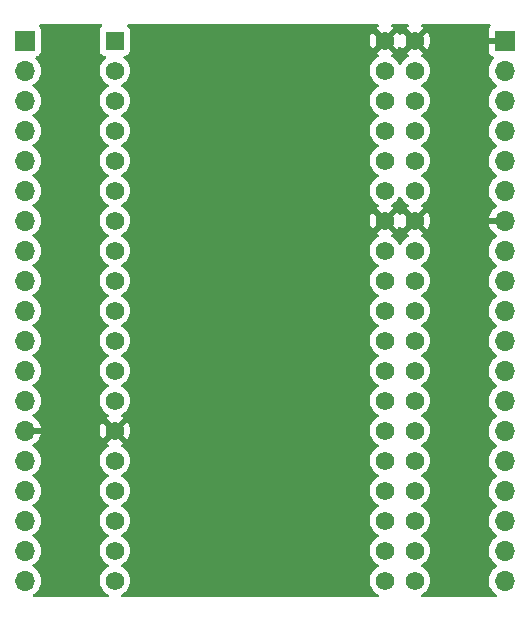
<source format=gbr>
%TF.GenerationSoftware,KiCad,Pcbnew,(6.0.11-0)*%
%TF.CreationDate,2023-02-12T12:53:08-05:00*%
%TF.ProjectId,ESP32-Breakout,45535033-322d-4427-9265-616b6f75742e,1.1.0*%
%TF.SameCoordinates,Original*%
%TF.FileFunction,Copper,L2,Bot*%
%TF.FilePolarity,Positive*%
%FSLAX46Y46*%
G04 Gerber Fmt 4.6, Leading zero omitted, Abs format (unit mm)*
G04 Created by KiCad (PCBNEW (6.0.11-0)) date 2023-02-12 12:53:08*
%MOMM*%
%LPD*%
G01*
G04 APERTURE LIST*
%TA.AperFunction,ComponentPad*%
%ADD10R,1.700000X1.700000*%
%TD*%
%TA.AperFunction,ComponentPad*%
%ADD11O,1.700000X1.700000*%
%TD*%
%TA.AperFunction,ComponentPad*%
%ADD12R,1.560000X1.560000*%
%TD*%
%TA.AperFunction,ComponentPad*%
%ADD13C,1.560000*%
%TD*%
G04 APERTURE END LIST*
D10*
%TO.P,J101,1,Pin_1*%
%TO.N,+3V3*%
X139700000Y-73660000D03*
D11*
%TO.P,J101,2,Pin_2*%
%TO.N,Net-(U101-Pad2)*%
X139700000Y-76200000D03*
%TO.P,J101,3,Pin_3*%
%TO.N,Net-(U101-Pad3)*%
X139700000Y-78740000D03*
%TO.P,J101,4,Pin_4*%
%TO.N,Net-(U101-Pad4)*%
X139700000Y-81280000D03*
%TO.P,J101,5,Pin_5*%
%TO.N,Net-(U101-Pad5)*%
X139700000Y-83820000D03*
%TO.P,J101,6,Pin_6*%
%TO.N,Net-(U101-Pad6)*%
X139700000Y-86360000D03*
%TO.P,J101,7,Pin_7*%
%TO.N,Net-(U101-Pad7)*%
X139700000Y-88900000D03*
%TO.P,J101,8,Pin_8*%
%TO.N,Net-(U101-Pad8)*%
X139700000Y-91440000D03*
%TO.P,J101,9,Pin_9*%
%TO.N,Net-(U101-Pad9)*%
X139700000Y-93980000D03*
%TO.P,J101,10,Pin_10*%
%TO.N,Net-(U101-Pad10)*%
X139700000Y-96520000D03*
%TO.P,J101,11,Pin_11*%
%TO.N,Net-(U101-Pad11)*%
X139700000Y-99060000D03*
%TO.P,J101,12,Pin_12*%
%TO.N,Net-(U101-Pad12)*%
X139700000Y-101600000D03*
%TO.P,J101,13,Pin_13*%
%TO.N,Net-(U101-Pad13)*%
X139700000Y-104140000D03*
%TO.P,J101,14,Pin_14*%
%TO.N,GND*%
X139700000Y-106680000D03*
%TO.P,J101,15,Pin_15*%
%TO.N,Net-(U101-Pad15)*%
X139700000Y-109220000D03*
%TO.P,J101,16,Pin_16*%
%TO.N,Net-(U101-Pad16)*%
X139700000Y-111760000D03*
%TO.P,J101,17,Pin_17*%
%TO.N,Net-(U101-Pad17)*%
X139700000Y-114300000D03*
%TO.P,J101,18,Pin_18*%
%TO.N,Net-(U101-Pad18)*%
X139700000Y-116840000D03*
%TO.P,J101,19,Pin_19*%
%TO.N,+5V*%
X139700000Y-119380000D03*
%TD*%
D10*
%TO.P,J102,1,Pin_1*%
%TO.N,GND*%
X180340000Y-73670000D03*
D11*
%TO.P,J102,2,Pin_2*%
%TO.N,Net-(J102-Pad2)*%
X180340000Y-76210000D03*
%TO.P,J102,3,Pin_3*%
%TO.N,Net-(J102-Pad3)*%
X180340000Y-78750000D03*
%TO.P,J102,4,Pin_4*%
%TO.N,Net-(J102-Pad4)*%
X180340000Y-81290000D03*
%TO.P,J102,5,Pin_5*%
%TO.N,Net-(J102-Pad5)*%
X180340000Y-83830000D03*
%TO.P,J102,6,Pin_6*%
%TO.N,Net-(J102-Pad6)*%
X180340000Y-86370000D03*
%TO.P,J102,7,Pin_7*%
%TO.N,GND*%
X180340000Y-88910000D03*
%TO.P,J102,8,Pin_8*%
%TO.N,Net-(J102-Pad8)*%
X180340000Y-91450000D03*
%TO.P,J102,9,Pin_9*%
%TO.N,Net-(J102-Pad9)*%
X180340000Y-93990000D03*
%TO.P,J102,10,Pin_10*%
%TO.N,Net-(J102-Pad10)*%
X180340000Y-96530000D03*
%TO.P,J102,11,Pin_11*%
%TO.N,Net-(J102-Pad11)*%
X180340000Y-99070000D03*
%TO.P,J102,12,Pin_12*%
%TO.N,Net-(J102-Pad12)*%
X180340000Y-101610000D03*
%TO.P,J102,13,Pin_13*%
%TO.N,Net-(J102-Pad13)*%
X180340000Y-104150000D03*
%TO.P,J102,14,Pin_14*%
%TO.N,Net-(J102-Pad14)*%
X180340000Y-106690000D03*
%TO.P,J102,15,Pin_15*%
%TO.N,Net-(J102-Pad15)*%
X180340000Y-109230000D03*
%TO.P,J102,16,Pin_16*%
%TO.N,Net-(J102-Pad16)*%
X180340000Y-111770000D03*
%TO.P,J102,17,Pin_17*%
%TO.N,Net-(J102-Pad17)*%
X180340000Y-114310000D03*
%TO.P,J102,18,Pin_18*%
%TO.N,Net-(J102-Pad18)*%
X180340000Y-116850000D03*
%TO.P,J102,19,Pin_19*%
%TO.N,Net-(J102-Pad19)*%
X180340000Y-119390000D03*
%TD*%
D12*
%TO.P,U101,1,3V3*%
%TO.N,+3V3*%
X147320000Y-73660000D03*
D13*
%TO.P,U101,2,EN*%
%TO.N,Net-(U101-Pad2)*%
X147320000Y-76200000D03*
%TO.P,U101,3,SENSOR_VP*%
%TO.N,Net-(U101-Pad3)*%
X147320000Y-78740000D03*
%TO.P,U101,4,SENSOR_VN*%
%TO.N,Net-(U101-Pad4)*%
X147320000Y-81280000D03*
%TO.P,U101,5,IO34*%
%TO.N,Net-(U101-Pad5)*%
X147320000Y-83820000D03*
%TO.P,U101,6,IO35*%
%TO.N,Net-(U101-Pad6)*%
X147320000Y-86360000D03*
%TO.P,U101,7,IO32*%
%TO.N,Net-(U101-Pad7)*%
X147320000Y-88900000D03*
%TO.P,U101,8,IO33*%
%TO.N,Net-(U101-Pad8)*%
X147320000Y-91440000D03*
%TO.P,U101,9,IO25*%
%TO.N,Net-(U101-Pad9)*%
X147320000Y-93980000D03*
%TO.P,U101,10,IO26*%
%TO.N,Net-(U101-Pad10)*%
X147320000Y-96520000D03*
%TO.P,U101,11,IO27*%
%TO.N,Net-(U101-Pad11)*%
X147320000Y-99060000D03*
%TO.P,U101,12,IO14*%
%TO.N,Net-(U101-Pad12)*%
X147320000Y-101600000D03*
%TO.P,U101,13,IO12*%
%TO.N,Net-(U101-Pad13)*%
X147320000Y-104140000D03*
%TO.P,U101,14,GND1*%
%TO.N,GND*%
X147320000Y-106680000D03*
%TO.P,U101,15,IO13*%
%TO.N,Net-(U101-Pad15)*%
X147320000Y-109220000D03*
%TO.P,U101,16,SD2*%
%TO.N,Net-(U101-Pad16)*%
X147320000Y-111760000D03*
%TO.P,U101,17,SD3*%
%TO.N,Net-(U101-Pad17)*%
X147320000Y-114300000D03*
%TO.P,U101,18,CMD*%
%TO.N,Net-(U101-Pad18)*%
X147320000Y-116840000D03*
%TO.P,U101,19,EXT_5V*%
%TO.N,+5V*%
X147320000Y-119380000D03*
%TO.P,U101,20,GND3*%
%TO.N,GND*%
X170180000Y-73660000D03*
X172720000Y-73660000D03*
%TO.P,U101,21,IO23*%
%TO.N,Net-(J102-Pad2)*%
X172720000Y-76200000D03*
X170180000Y-76200000D03*
%TO.P,U101,22,IO22*%
%TO.N,Net-(J102-Pad3)*%
X170180000Y-78740000D03*
X172720000Y-78740000D03*
%TO.P,U101,23,TXD0*%
%TO.N,Net-(J102-Pad4)*%
X170180000Y-81280000D03*
X172720000Y-81280000D03*
%TO.P,U101,24,RXD0*%
%TO.N,Net-(J102-Pad5)*%
X172720000Y-83820000D03*
X170180000Y-83820000D03*
%TO.P,U101,25,IO21*%
%TO.N,Net-(J102-Pad6)*%
X172720000Y-86360000D03*
X170180000Y-86360000D03*
%TO.P,U101,26,GND2*%
%TO.N,GND*%
X172720000Y-88900000D03*
X170180000Y-88900000D03*
%TO.P,U101,27,IO19*%
%TO.N,Net-(J102-Pad8)*%
X172720000Y-91440000D03*
X170180000Y-91440000D03*
%TO.P,U101,28,IO18*%
%TO.N,Net-(J102-Pad9)*%
X170180000Y-93980000D03*
X172720000Y-93980000D03*
%TO.P,U101,29,IO5*%
%TO.N,Net-(J102-Pad10)*%
X172720000Y-96520000D03*
X170180000Y-96520000D03*
%TO.P,U101,30,IO17*%
%TO.N,Net-(J102-Pad11)*%
X172720000Y-99060000D03*
X170180000Y-99060000D03*
%TO.P,U101,31,IO16*%
%TO.N,Net-(J102-Pad12)*%
X170180000Y-101600000D03*
X172720000Y-101600000D03*
%TO.P,U101,32,IO4*%
%TO.N,Net-(J102-Pad13)*%
X172720000Y-104140000D03*
X170180000Y-104140000D03*
%TO.P,U101,33,IO0*%
%TO.N,Net-(J102-Pad14)*%
X170180000Y-106680000D03*
X172720000Y-106680000D03*
%TO.P,U101,34,IO2*%
%TO.N,Net-(J102-Pad15)*%
X172720000Y-109220000D03*
X170180000Y-109220000D03*
%TO.P,U101,35,IO15*%
%TO.N,Net-(J102-Pad16)*%
X172720000Y-111760000D03*
X170180000Y-111760000D03*
%TO.P,U101,36,SD1*%
%TO.N,Net-(J102-Pad17)*%
X170180000Y-114300000D03*
X172720000Y-114300000D03*
%TO.P,U101,37,SD0*%
%TO.N,Net-(J102-Pad18)*%
X172720000Y-116840000D03*
X170180000Y-116840000D03*
%TO.P,U101,38,CLK*%
%TO.N,Net-(J102-Pad19)*%
X172720000Y-119380000D03*
X170180000Y-119380000D03*
%TD*%
%TA.AperFunction,Conductor*%
%TO.N,GND*%
G36*
X146204538Y-72283502D02*
G01*
X146251031Y-72337158D01*
X146261135Y-72407432D01*
X146231641Y-72472012D01*
X146211983Y-72490325D01*
X146176739Y-72516739D01*
X146089385Y-72633295D01*
X146038255Y-72769684D01*
X146031500Y-72831866D01*
X146031500Y-74488134D01*
X146038255Y-74550316D01*
X146089385Y-74686705D01*
X146176739Y-74803261D01*
X146293295Y-74890615D01*
X146429684Y-74941745D01*
X146467180Y-74945818D01*
X146478075Y-74947002D01*
X146543637Y-74974244D01*
X146584063Y-75032607D01*
X146586518Y-75103561D01*
X146550223Y-75164579D01*
X146536743Y-75175474D01*
X146488604Y-75209181D01*
X146329181Y-75368604D01*
X146199864Y-75553289D01*
X146197543Y-75558267D01*
X146197541Y-75558270D01*
X146113123Y-75739305D01*
X146104581Y-75757624D01*
X146103159Y-75762932D01*
X146103158Y-75762934D01*
X146101077Y-75770702D01*
X146046228Y-75975400D01*
X146026578Y-76200000D01*
X146046228Y-76424600D01*
X146104581Y-76642376D01*
X146106903Y-76647357D01*
X146106904Y-76647358D01*
X146191615Y-76829020D01*
X146199864Y-76846711D01*
X146329181Y-77031396D01*
X146488604Y-77190819D01*
X146673289Y-77320136D01*
X146678267Y-77322457D01*
X146678270Y-77322459D01*
X146749781Y-77355805D01*
X146803066Y-77402723D01*
X146822527Y-77471000D01*
X146801985Y-77538960D01*
X146749781Y-77584195D01*
X146678270Y-77617541D01*
X146678267Y-77617543D01*
X146673289Y-77619864D01*
X146488604Y-77749181D01*
X146329181Y-77908604D01*
X146199864Y-78093289D01*
X146197543Y-78098267D01*
X146197541Y-78098270D01*
X146113123Y-78279305D01*
X146104581Y-78297624D01*
X146103159Y-78302932D01*
X146103158Y-78302934D01*
X146101077Y-78310702D01*
X146046228Y-78515400D01*
X146026578Y-78740000D01*
X146046228Y-78964600D01*
X146104581Y-79182376D01*
X146106903Y-79187357D01*
X146106904Y-79187358D01*
X146191615Y-79369020D01*
X146199864Y-79386711D01*
X146329181Y-79571396D01*
X146488604Y-79730819D01*
X146673289Y-79860136D01*
X146678267Y-79862457D01*
X146678270Y-79862459D01*
X146749781Y-79895805D01*
X146803066Y-79942723D01*
X146822527Y-80011000D01*
X146801985Y-80078960D01*
X146749781Y-80124195D01*
X146678270Y-80157541D01*
X146678267Y-80157543D01*
X146673289Y-80159864D01*
X146488604Y-80289181D01*
X146329181Y-80448604D01*
X146199864Y-80633289D01*
X146197543Y-80638267D01*
X146197541Y-80638270D01*
X146113123Y-80819305D01*
X146104581Y-80837624D01*
X146103159Y-80842932D01*
X146103158Y-80842934D01*
X146101077Y-80850702D01*
X146046228Y-81055400D01*
X146026578Y-81280000D01*
X146046228Y-81504600D01*
X146104581Y-81722376D01*
X146106903Y-81727357D01*
X146106904Y-81727358D01*
X146191615Y-81909020D01*
X146199864Y-81926711D01*
X146329181Y-82111396D01*
X146488604Y-82270819D01*
X146673289Y-82400136D01*
X146678267Y-82402457D01*
X146678270Y-82402459D01*
X146749781Y-82435805D01*
X146803066Y-82482723D01*
X146822527Y-82551000D01*
X146801985Y-82618960D01*
X146749781Y-82664195D01*
X146678270Y-82697541D01*
X146678267Y-82697543D01*
X146673289Y-82699864D01*
X146488604Y-82829181D01*
X146329181Y-82988604D01*
X146199864Y-83173289D01*
X146197543Y-83178267D01*
X146197541Y-83178270D01*
X146113123Y-83359305D01*
X146104581Y-83377624D01*
X146103159Y-83382932D01*
X146103158Y-83382934D01*
X146101077Y-83390702D01*
X146046228Y-83595400D01*
X146026578Y-83820000D01*
X146046228Y-84044600D01*
X146104581Y-84262376D01*
X146106903Y-84267357D01*
X146106904Y-84267358D01*
X146191615Y-84449020D01*
X146199864Y-84466711D01*
X146329181Y-84651396D01*
X146488604Y-84810819D01*
X146673289Y-84940136D01*
X146678267Y-84942457D01*
X146678270Y-84942459D01*
X146749781Y-84975805D01*
X146803066Y-85022723D01*
X146822527Y-85091000D01*
X146801985Y-85158960D01*
X146749781Y-85204195D01*
X146678270Y-85237541D01*
X146678267Y-85237543D01*
X146673289Y-85239864D01*
X146488604Y-85369181D01*
X146329181Y-85528604D01*
X146199864Y-85713289D01*
X146197543Y-85718267D01*
X146197541Y-85718270D01*
X146113123Y-85899305D01*
X146104581Y-85917624D01*
X146103159Y-85922932D01*
X146103158Y-85922934D01*
X146101077Y-85930702D01*
X146046228Y-86135400D01*
X146026578Y-86360000D01*
X146046228Y-86584600D01*
X146104581Y-86802376D01*
X146106903Y-86807357D01*
X146106904Y-86807358D01*
X146191615Y-86989020D01*
X146199864Y-87006711D01*
X146329181Y-87191396D01*
X146488604Y-87350819D01*
X146673289Y-87480136D01*
X146678267Y-87482457D01*
X146678270Y-87482459D01*
X146749781Y-87515805D01*
X146803066Y-87562723D01*
X146822527Y-87631000D01*
X146801985Y-87698960D01*
X146749781Y-87744195D01*
X146678270Y-87777541D01*
X146678267Y-87777543D01*
X146673289Y-87779864D01*
X146488604Y-87909181D01*
X146329181Y-88068604D01*
X146199864Y-88253289D01*
X146197543Y-88258267D01*
X146197541Y-88258270D01*
X146117786Y-88429305D01*
X146104581Y-88457624D01*
X146103159Y-88462932D01*
X146103158Y-88462934D01*
X146054489Y-88644570D01*
X146046228Y-88675400D01*
X146026578Y-88900000D01*
X146046228Y-89124600D01*
X146047652Y-89129913D01*
X146047652Y-89129915D01*
X146085730Y-89272022D01*
X146104581Y-89342376D01*
X146106903Y-89347357D01*
X146106904Y-89347358D01*
X146197420Y-89541469D01*
X146199864Y-89546711D01*
X146329181Y-89731396D01*
X146488604Y-89890819D01*
X146673289Y-90020136D01*
X146678267Y-90022457D01*
X146678270Y-90022459D01*
X146749781Y-90055805D01*
X146803066Y-90102723D01*
X146822527Y-90171000D01*
X146801985Y-90238960D01*
X146749781Y-90284195D01*
X146678270Y-90317541D01*
X146678267Y-90317543D01*
X146673289Y-90319864D01*
X146488604Y-90449181D01*
X146329181Y-90608604D01*
X146199864Y-90793289D01*
X146197543Y-90798267D01*
X146197541Y-90798270D01*
X146113123Y-90979305D01*
X146104581Y-90997624D01*
X146103159Y-91002932D01*
X146103158Y-91002934D01*
X146101077Y-91010702D01*
X146046228Y-91215400D01*
X146026578Y-91440000D01*
X146046228Y-91664600D01*
X146104581Y-91882376D01*
X146106903Y-91887357D01*
X146106904Y-91887358D01*
X146191615Y-92069020D01*
X146199864Y-92086711D01*
X146329181Y-92271396D01*
X146488604Y-92430819D01*
X146673289Y-92560136D01*
X146678267Y-92562457D01*
X146678270Y-92562459D01*
X146749781Y-92595805D01*
X146803066Y-92642723D01*
X146822527Y-92711000D01*
X146801985Y-92778960D01*
X146749781Y-92824195D01*
X146678270Y-92857541D01*
X146678267Y-92857543D01*
X146673289Y-92859864D01*
X146488604Y-92989181D01*
X146329181Y-93148604D01*
X146199864Y-93333289D01*
X146197543Y-93338267D01*
X146197541Y-93338270D01*
X146113123Y-93519305D01*
X146104581Y-93537624D01*
X146103159Y-93542932D01*
X146103158Y-93542934D01*
X146101077Y-93550702D01*
X146046228Y-93755400D01*
X146026578Y-93980000D01*
X146046228Y-94204600D01*
X146104581Y-94422376D01*
X146106903Y-94427357D01*
X146106904Y-94427358D01*
X146191615Y-94609020D01*
X146199864Y-94626711D01*
X146329181Y-94811396D01*
X146488604Y-94970819D01*
X146673289Y-95100136D01*
X146678267Y-95102457D01*
X146678270Y-95102459D01*
X146749781Y-95135805D01*
X146803066Y-95182723D01*
X146822527Y-95251000D01*
X146801985Y-95318960D01*
X146749781Y-95364195D01*
X146678270Y-95397541D01*
X146678267Y-95397543D01*
X146673289Y-95399864D01*
X146488604Y-95529181D01*
X146329181Y-95688604D01*
X146199864Y-95873289D01*
X146197543Y-95878267D01*
X146197541Y-95878270D01*
X146113123Y-96059305D01*
X146104581Y-96077624D01*
X146103159Y-96082932D01*
X146103158Y-96082934D01*
X146101077Y-96090702D01*
X146046228Y-96295400D01*
X146026578Y-96520000D01*
X146046228Y-96744600D01*
X146104581Y-96962376D01*
X146106903Y-96967357D01*
X146106904Y-96967358D01*
X146191615Y-97149020D01*
X146199864Y-97166711D01*
X146329181Y-97351396D01*
X146488604Y-97510819D01*
X146673289Y-97640136D01*
X146678267Y-97642457D01*
X146678270Y-97642459D01*
X146749781Y-97675805D01*
X146803066Y-97722723D01*
X146822527Y-97791000D01*
X146801985Y-97858960D01*
X146749781Y-97904195D01*
X146678270Y-97937541D01*
X146678267Y-97937543D01*
X146673289Y-97939864D01*
X146488604Y-98069181D01*
X146329181Y-98228604D01*
X146199864Y-98413289D01*
X146197543Y-98418267D01*
X146197541Y-98418270D01*
X146113123Y-98599305D01*
X146104581Y-98617624D01*
X146103159Y-98622932D01*
X146103158Y-98622934D01*
X146101077Y-98630702D01*
X146046228Y-98835400D01*
X146026578Y-99060000D01*
X146046228Y-99284600D01*
X146104581Y-99502376D01*
X146106903Y-99507357D01*
X146106904Y-99507358D01*
X146191615Y-99689020D01*
X146199864Y-99706711D01*
X146329181Y-99891396D01*
X146488604Y-100050819D01*
X146673289Y-100180136D01*
X146678267Y-100182457D01*
X146678270Y-100182459D01*
X146749781Y-100215805D01*
X146803066Y-100262723D01*
X146822527Y-100331000D01*
X146801985Y-100398960D01*
X146749781Y-100444195D01*
X146678270Y-100477541D01*
X146678267Y-100477543D01*
X146673289Y-100479864D01*
X146488604Y-100609181D01*
X146329181Y-100768604D01*
X146199864Y-100953289D01*
X146197543Y-100958267D01*
X146197541Y-100958270D01*
X146113123Y-101139305D01*
X146104581Y-101157624D01*
X146103159Y-101162932D01*
X146103158Y-101162934D01*
X146101077Y-101170702D01*
X146046228Y-101375400D01*
X146026578Y-101600000D01*
X146046228Y-101824600D01*
X146104581Y-102042376D01*
X146106903Y-102047357D01*
X146106904Y-102047358D01*
X146191615Y-102229020D01*
X146199864Y-102246711D01*
X146329181Y-102431396D01*
X146488604Y-102590819D01*
X146673289Y-102720136D01*
X146678267Y-102722457D01*
X146678270Y-102722459D01*
X146749781Y-102755805D01*
X146803066Y-102802723D01*
X146822527Y-102871000D01*
X146801985Y-102938960D01*
X146749781Y-102984195D01*
X146678270Y-103017541D01*
X146678267Y-103017543D01*
X146673289Y-103019864D01*
X146488604Y-103149181D01*
X146329181Y-103308604D01*
X146199864Y-103493289D01*
X146197543Y-103498267D01*
X146197541Y-103498270D01*
X146113123Y-103679305D01*
X146104581Y-103697624D01*
X146103159Y-103702932D01*
X146103158Y-103702934D01*
X146101077Y-103710702D01*
X146046228Y-103915400D01*
X146026578Y-104140000D01*
X146046228Y-104364600D01*
X146104581Y-104582376D01*
X146106903Y-104587357D01*
X146106904Y-104587358D01*
X146191615Y-104769020D01*
X146199864Y-104786711D01*
X146329181Y-104971396D01*
X146488604Y-105130819D01*
X146673289Y-105260136D01*
X146678267Y-105262457D01*
X146678270Y-105262459D01*
X146750373Y-105296081D01*
X146803658Y-105342998D01*
X146823119Y-105411276D01*
X146802577Y-105479236D01*
X146750372Y-105524471D01*
X146678531Y-105557970D01*
X146669032Y-105563455D01*
X146621311Y-105596870D01*
X146612936Y-105607347D01*
X146620004Y-105620794D01*
X147307188Y-106307978D01*
X147321132Y-106315592D01*
X147322965Y-106315461D01*
X147329580Y-106311210D01*
X148020717Y-105620073D01*
X148027147Y-105608298D01*
X148017851Y-105596283D01*
X147970968Y-105563455D01*
X147961469Y-105557970D01*
X147889628Y-105524471D01*
X147836343Y-105477555D01*
X147816881Y-105409278D01*
X147837422Y-105341317D01*
X147889627Y-105296081D01*
X147961730Y-105262459D01*
X147961733Y-105262457D01*
X147966711Y-105260136D01*
X148151396Y-105130819D01*
X148310819Y-104971396D01*
X148440136Y-104786711D01*
X148448386Y-104769020D01*
X148533096Y-104587358D01*
X148533097Y-104587357D01*
X148535419Y-104582376D01*
X148593772Y-104364600D01*
X148613422Y-104140000D01*
X148593772Y-103915400D01*
X148538923Y-103710702D01*
X148536842Y-103702934D01*
X148536841Y-103702932D01*
X148535419Y-103697624D01*
X148526877Y-103679305D01*
X148442459Y-103498270D01*
X148442457Y-103498267D01*
X148440136Y-103493289D01*
X148310819Y-103308604D01*
X148151396Y-103149181D01*
X147966711Y-103019864D01*
X147961733Y-103017543D01*
X147961730Y-103017541D01*
X147890219Y-102984195D01*
X147836934Y-102937277D01*
X147817473Y-102869000D01*
X147838015Y-102801040D01*
X147890219Y-102755805D01*
X147961730Y-102722459D01*
X147961733Y-102722457D01*
X147966711Y-102720136D01*
X148151396Y-102590819D01*
X148310819Y-102431396D01*
X148440136Y-102246711D01*
X148448386Y-102229020D01*
X148533096Y-102047358D01*
X148533097Y-102047357D01*
X148535419Y-102042376D01*
X148593772Y-101824600D01*
X148613422Y-101600000D01*
X148593772Y-101375400D01*
X148538923Y-101170702D01*
X148536842Y-101162934D01*
X148536841Y-101162932D01*
X148535419Y-101157624D01*
X148526877Y-101139305D01*
X148442459Y-100958270D01*
X148442457Y-100958267D01*
X148440136Y-100953289D01*
X148310819Y-100768604D01*
X148151396Y-100609181D01*
X147966711Y-100479864D01*
X147961733Y-100477543D01*
X147961730Y-100477541D01*
X147890219Y-100444195D01*
X147836934Y-100397277D01*
X147817473Y-100329000D01*
X147838015Y-100261040D01*
X147890219Y-100215805D01*
X147961730Y-100182459D01*
X147961733Y-100182457D01*
X147966711Y-100180136D01*
X148151396Y-100050819D01*
X148310819Y-99891396D01*
X148440136Y-99706711D01*
X148448386Y-99689020D01*
X148533096Y-99507358D01*
X148533097Y-99507357D01*
X148535419Y-99502376D01*
X148593772Y-99284600D01*
X148613422Y-99060000D01*
X148593772Y-98835400D01*
X148538923Y-98630702D01*
X148536842Y-98622934D01*
X148536841Y-98622932D01*
X148535419Y-98617624D01*
X148526877Y-98599305D01*
X148442459Y-98418270D01*
X148442457Y-98418267D01*
X148440136Y-98413289D01*
X148310819Y-98228604D01*
X148151396Y-98069181D01*
X147966711Y-97939864D01*
X147961733Y-97937543D01*
X147961730Y-97937541D01*
X147890219Y-97904195D01*
X147836934Y-97857277D01*
X147817473Y-97789000D01*
X147838015Y-97721040D01*
X147890219Y-97675805D01*
X147961730Y-97642459D01*
X147961733Y-97642457D01*
X147966711Y-97640136D01*
X148151396Y-97510819D01*
X148310819Y-97351396D01*
X148440136Y-97166711D01*
X148448386Y-97149020D01*
X148533096Y-96967358D01*
X148533097Y-96967357D01*
X148535419Y-96962376D01*
X148593772Y-96744600D01*
X148613422Y-96520000D01*
X148593772Y-96295400D01*
X148538923Y-96090702D01*
X148536842Y-96082934D01*
X148536841Y-96082932D01*
X148535419Y-96077624D01*
X148526877Y-96059305D01*
X148442459Y-95878270D01*
X148442457Y-95878267D01*
X148440136Y-95873289D01*
X148310819Y-95688604D01*
X148151396Y-95529181D01*
X147966711Y-95399864D01*
X147961733Y-95397543D01*
X147961730Y-95397541D01*
X147890219Y-95364195D01*
X147836934Y-95317277D01*
X147817473Y-95249000D01*
X147838015Y-95181040D01*
X147890219Y-95135805D01*
X147961730Y-95102459D01*
X147961733Y-95102457D01*
X147966711Y-95100136D01*
X148151396Y-94970819D01*
X148310819Y-94811396D01*
X148440136Y-94626711D01*
X148448386Y-94609020D01*
X148533096Y-94427358D01*
X148533097Y-94427357D01*
X148535419Y-94422376D01*
X148593772Y-94204600D01*
X148613422Y-93980000D01*
X148593772Y-93755400D01*
X148538923Y-93550702D01*
X148536842Y-93542934D01*
X148536841Y-93542932D01*
X148535419Y-93537624D01*
X148526877Y-93519305D01*
X148442459Y-93338270D01*
X148442457Y-93338267D01*
X148440136Y-93333289D01*
X148310819Y-93148604D01*
X148151396Y-92989181D01*
X147966711Y-92859864D01*
X147961733Y-92857543D01*
X147961730Y-92857541D01*
X147890219Y-92824195D01*
X147836934Y-92777277D01*
X147817473Y-92709000D01*
X147838015Y-92641040D01*
X147890219Y-92595805D01*
X147961730Y-92562459D01*
X147961733Y-92562457D01*
X147966711Y-92560136D01*
X148151396Y-92430819D01*
X148310819Y-92271396D01*
X148440136Y-92086711D01*
X148448386Y-92069020D01*
X148533096Y-91887358D01*
X148533097Y-91887357D01*
X148535419Y-91882376D01*
X148593772Y-91664600D01*
X148613422Y-91440000D01*
X148593772Y-91215400D01*
X148538923Y-91010702D01*
X148536842Y-91002934D01*
X148536841Y-91002932D01*
X148535419Y-90997624D01*
X148526877Y-90979305D01*
X148442459Y-90798270D01*
X148442457Y-90798267D01*
X148440136Y-90793289D01*
X148310819Y-90608604D01*
X148151396Y-90449181D01*
X147966711Y-90319864D01*
X147961733Y-90317543D01*
X147961730Y-90317541D01*
X147890219Y-90284195D01*
X147836934Y-90237277D01*
X147817473Y-90169000D01*
X147838015Y-90101040D01*
X147890219Y-90055805D01*
X147961730Y-90022459D01*
X147961733Y-90022457D01*
X147966711Y-90020136D01*
X148151396Y-89890819D01*
X148310819Y-89731396D01*
X148440136Y-89546711D01*
X148442581Y-89541469D01*
X148533096Y-89347358D01*
X148533097Y-89347357D01*
X148535419Y-89342376D01*
X148554271Y-89272022D01*
X148592348Y-89129915D01*
X148592348Y-89129913D01*
X148593772Y-89124600D01*
X148612943Y-88905475D01*
X168887559Y-88905475D01*
X168906243Y-89119036D01*
X168908145Y-89129823D01*
X168963630Y-89336894D01*
X168967378Y-89347190D01*
X169057972Y-89541473D01*
X169063455Y-89550968D01*
X169096870Y-89598689D01*
X169107347Y-89607064D01*
X169120794Y-89599996D01*
X169807978Y-88912812D01*
X169814356Y-88901132D01*
X170544408Y-88901132D01*
X170544539Y-88902965D01*
X170548790Y-88909580D01*
X171239927Y-89600717D01*
X171251702Y-89607147D01*
X171263717Y-89597851D01*
X171296545Y-89550968D01*
X171302030Y-89541469D01*
X171335805Y-89469037D01*
X171382722Y-89415751D01*
X171450999Y-89396290D01*
X171518959Y-89416832D01*
X171564195Y-89469037D01*
X171597970Y-89541469D01*
X171603455Y-89550968D01*
X171636870Y-89598689D01*
X171647347Y-89607064D01*
X171660794Y-89599996D01*
X172347978Y-88912812D01*
X172354356Y-88901132D01*
X173084408Y-88901132D01*
X173084539Y-88902965D01*
X173088790Y-88909580D01*
X173779927Y-89600717D01*
X173791702Y-89607147D01*
X173803717Y-89597851D01*
X173836545Y-89550968D01*
X173842028Y-89541473D01*
X173932622Y-89347190D01*
X173936370Y-89336894D01*
X173991855Y-89129823D01*
X173993757Y-89119036D01*
X174012441Y-88905475D01*
X174012441Y-88894525D01*
X173993757Y-88680964D01*
X173991855Y-88670177D01*
X173936370Y-88463106D01*
X173932622Y-88452810D01*
X173842028Y-88258527D01*
X173836545Y-88249032D01*
X173803130Y-88201311D01*
X173792653Y-88192936D01*
X173779206Y-88200004D01*
X173092022Y-88887188D01*
X173084408Y-88901132D01*
X172354356Y-88901132D01*
X172355592Y-88898868D01*
X172355461Y-88897035D01*
X172351210Y-88890420D01*
X171660073Y-88199283D01*
X171648298Y-88192853D01*
X171636283Y-88202149D01*
X171603455Y-88249032D01*
X171597970Y-88258531D01*
X171564195Y-88330963D01*
X171517278Y-88384249D01*
X171449001Y-88403710D01*
X171381041Y-88383168D01*
X171335805Y-88330963D01*
X171302030Y-88258531D01*
X171296545Y-88249032D01*
X171263130Y-88201311D01*
X171252653Y-88192936D01*
X171239206Y-88200004D01*
X170552022Y-88887188D01*
X170544408Y-88901132D01*
X169814356Y-88901132D01*
X169815592Y-88898868D01*
X169815461Y-88897035D01*
X169811210Y-88890420D01*
X169120073Y-88199283D01*
X169108298Y-88192853D01*
X169096283Y-88202149D01*
X169063455Y-88249032D01*
X169057972Y-88258527D01*
X168967378Y-88452810D01*
X168963630Y-88463106D01*
X168908145Y-88670177D01*
X168906243Y-88680964D01*
X168887559Y-88894525D01*
X168887559Y-88905475D01*
X148612943Y-88905475D01*
X148613422Y-88900000D01*
X148593772Y-88675400D01*
X148585511Y-88644570D01*
X148536842Y-88462934D01*
X148536841Y-88462932D01*
X148535419Y-88457624D01*
X148522214Y-88429305D01*
X148442459Y-88258270D01*
X148442457Y-88258267D01*
X148440136Y-88253289D01*
X148310819Y-88068604D01*
X148151396Y-87909181D01*
X147966711Y-87779864D01*
X147961733Y-87777543D01*
X147961730Y-87777541D01*
X147890219Y-87744195D01*
X147836934Y-87697277D01*
X147817473Y-87629000D01*
X147838015Y-87561040D01*
X147890219Y-87515805D01*
X147961730Y-87482459D01*
X147961733Y-87482457D01*
X147966711Y-87480136D01*
X148151396Y-87350819D01*
X148310819Y-87191396D01*
X148440136Y-87006711D01*
X148448386Y-86989020D01*
X148533096Y-86807358D01*
X148533097Y-86807357D01*
X148535419Y-86802376D01*
X148593772Y-86584600D01*
X148613422Y-86360000D01*
X168886578Y-86360000D01*
X168906228Y-86584600D01*
X168964581Y-86802376D01*
X168966903Y-86807357D01*
X168966904Y-86807358D01*
X169051615Y-86989020D01*
X169059864Y-87006711D01*
X169189181Y-87191396D01*
X169348604Y-87350819D01*
X169533289Y-87480136D01*
X169538267Y-87482457D01*
X169538270Y-87482459D01*
X169610373Y-87516081D01*
X169663658Y-87562998D01*
X169683119Y-87631276D01*
X169662577Y-87699236D01*
X169610372Y-87744471D01*
X169538531Y-87777970D01*
X169529032Y-87783455D01*
X169481311Y-87816870D01*
X169472936Y-87827347D01*
X169480004Y-87840794D01*
X170167188Y-88527978D01*
X170181132Y-88535592D01*
X170182965Y-88535461D01*
X170189580Y-88531210D01*
X170880717Y-87840073D01*
X170887147Y-87828298D01*
X170877851Y-87816283D01*
X170830968Y-87783455D01*
X170821469Y-87777970D01*
X170749628Y-87744471D01*
X170696343Y-87697555D01*
X170676881Y-87629278D01*
X170697422Y-87561317D01*
X170749627Y-87516081D01*
X170821730Y-87482459D01*
X170821733Y-87482457D01*
X170826711Y-87480136D01*
X171011396Y-87350819D01*
X171170819Y-87191396D01*
X171300136Y-87006711D01*
X171308386Y-86989020D01*
X171335805Y-86930219D01*
X171382723Y-86876934D01*
X171451000Y-86857473D01*
X171518960Y-86878015D01*
X171564195Y-86930219D01*
X171591615Y-86989020D01*
X171599864Y-87006711D01*
X171729181Y-87191396D01*
X171888604Y-87350819D01*
X172073289Y-87480136D01*
X172078267Y-87482457D01*
X172078270Y-87482459D01*
X172150373Y-87516081D01*
X172203658Y-87562998D01*
X172223119Y-87631276D01*
X172202577Y-87699236D01*
X172150372Y-87744471D01*
X172078531Y-87777970D01*
X172069032Y-87783455D01*
X172021311Y-87816870D01*
X172012936Y-87827347D01*
X172020004Y-87840794D01*
X172707188Y-88527978D01*
X172721132Y-88535592D01*
X172722965Y-88535461D01*
X172729580Y-88531210D01*
X173420717Y-87840073D01*
X173427147Y-87828298D01*
X173417851Y-87816283D01*
X173370968Y-87783455D01*
X173361469Y-87777970D01*
X173289628Y-87744471D01*
X173236343Y-87697555D01*
X173216881Y-87629278D01*
X173237422Y-87561317D01*
X173289627Y-87516081D01*
X173361730Y-87482459D01*
X173361733Y-87482457D01*
X173366711Y-87480136D01*
X173551396Y-87350819D01*
X173710819Y-87191396D01*
X173840136Y-87006711D01*
X173848386Y-86989020D01*
X173933096Y-86807358D01*
X173933097Y-86807357D01*
X173935419Y-86802376D01*
X173993772Y-86584600D01*
X174013422Y-86360000D01*
X173993772Y-86135400D01*
X173938923Y-85930702D01*
X173936842Y-85922934D01*
X173936841Y-85922932D01*
X173935419Y-85917624D01*
X173926877Y-85899305D01*
X173842459Y-85718270D01*
X173842457Y-85718267D01*
X173840136Y-85713289D01*
X173710819Y-85528604D01*
X173551396Y-85369181D01*
X173366711Y-85239864D01*
X173361733Y-85237543D01*
X173361730Y-85237541D01*
X173290219Y-85204195D01*
X173236934Y-85157277D01*
X173217473Y-85089000D01*
X173238015Y-85021040D01*
X173290219Y-84975805D01*
X173361730Y-84942459D01*
X173361733Y-84942457D01*
X173366711Y-84940136D01*
X173551396Y-84810819D01*
X173710819Y-84651396D01*
X173840136Y-84466711D01*
X173848386Y-84449020D01*
X173933096Y-84267358D01*
X173933097Y-84267357D01*
X173935419Y-84262376D01*
X173993772Y-84044600D01*
X174013422Y-83820000D01*
X173993772Y-83595400D01*
X173938923Y-83390702D01*
X173936842Y-83382934D01*
X173936841Y-83382932D01*
X173935419Y-83377624D01*
X173926877Y-83359305D01*
X173842459Y-83178270D01*
X173842457Y-83178267D01*
X173840136Y-83173289D01*
X173710819Y-82988604D01*
X173551396Y-82829181D01*
X173366711Y-82699864D01*
X173361733Y-82697543D01*
X173361730Y-82697541D01*
X173290219Y-82664195D01*
X173236934Y-82617277D01*
X173217473Y-82549000D01*
X173238015Y-82481040D01*
X173290219Y-82435805D01*
X173361730Y-82402459D01*
X173361733Y-82402457D01*
X173366711Y-82400136D01*
X173551396Y-82270819D01*
X173710819Y-82111396D01*
X173840136Y-81926711D01*
X173848386Y-81909020D01*
X173933096Y-81727358D01*
X173933097Y-81727357D01*
X173935419Y-81722376D01*
X173993772Y-81504600D01*
X174013422Y-81280000D01*
X173993772Y-81055400D01*
X173938923Y-80850702D01*
X173936842Y-80842934D01*
X173936841Y-80842932D01*
X173935419Y-80837624D01*
X173926877Y-80819305D01*
X173842459Y-80638270D01*
X173842457Y-80638267D01*
X173840136Y-80633289D01*
X173710819Y-80448604D01*
X173551396Y-80289181D01*
X173366711Y-80159864D01*
X173361733Y-80157543D01*
X173361730Y-80157541D01*
X173290219Y-80124195D01*
X173236934Y-80077277D01*
X173217473Y-80009000D01*
X173238015Y-79941040D01*
X173290219Y-79895805D01*
X173361730Y-79862459D01*
X173361733Y-79862457D01*
X173366711Y-79860136D01*
X173551396Y-79730819D01*
X173710819Y-79571396D01*
X173840136Y-79386711D01*
X173848386Y-79369020D01*
X173933096Y-79187358D01*
X173933097Y-79187357D01*
X173935419Y-79182376D01*
X173993772Y-78964600D01*
X174013422Y-78740000D01*
X173993772Y-78515400D01*
X173938923Y-78310702D01*
X173936842Y-78302934D01*
X173936841Y-78302932D01*
X173935419Y-78297624D01*
X173926877Y-78279305D01*
X173842459Y-78098270D01*
X173842457Y-78098267D01*
X173840136Y-78093289D01*
X173710819Y-77908604D01*
X173551396Y-77749181D01*
X173366711Y-77619864D01*
X173361733Y-77617543D01*
X173361730Y-77617541D01*
X173290219Y-77584195D01*
X173236934Y-77537277D01*
X173217473Y-77469000D01*
X173238015Y-77401040D01*
X173290219Y-77355805D01*
X173361730Y-77322459D01*
X173361733Y-77322457D01*
X173366711Y-77320136D01*
X173551396Y-77190819D01*
X173710819Y-77031396D01*
X173840136Y-76846711D01*
X173848386Y-76829020D01*
X173933096Y-76647358D01*
X173933097Y-76647357D01*
X173935419Y-76642376D01*
X173993772Y-76424600D01*
X174013422Y-76200000D01*
X173993772Y-75975400D01*
X173938923Y-75770702D01*
X173936842Y-75762934D01*
X173936841Y-75762932D01*
X173935419Y-75757624D01*
X173926877Y-75739305D01*
X173842459Y-75558270D01*
X173842457Y-75558267D01*
X173840136Y-75553289D01*
X173710819Y-75368604D01*
X173551396Y-75209181D01*
X173366711Y-75079864D01*
X173361733Y-75077543D01*
X173361730Y-75077541D01*
X173289627Y-75043919D01*
X173236342Y-74997002D01*
X173216881Y-74928724D01*
X173237423Y-74860764D01*
X173289628Y-74815529D01*
X173361469Y-74782030D01*
X173370968Y-74776545D01*
X173418689Y-74743130D01*
X173427064Y-74732653D01*
X173419996Y-74719206D01*
X172732812Y-74032022D01*
X172718868Y-74024408D01*
X172717035Y-74024539D01*
X172710420Y-74028790D01*
X172019283Y-74719927D01*
X172012853Y-74731702D01*
X172022149Y-74743717D01*
X172069032Y-74776545D01*
X172078531Y-74782030D01*
X172150372Y-74815529D01*
X172203657Y-74862445D01*
X172223119Y-74930722D01*
X172202578Y-74998683D01*
X172150373Y-75043919D01*
X172078270Y-75077541D01*
X172078267Y-75077543D01*
X172073289Y-75079864D01*
X171888604Y-75209181D01*
X171729181Y-75368604D01*
X171599864Y-75553289D01*
X171597543Y-75558267D01*
X171597541Y-75558270D01*
X171564195Y-75629781D01*
X171517277Y-75683066D01*
X171449000Y-75702527D01*
X171381040Y-75681985D01*
X171335805Y-75629781D01*
X171302459Y-75558270D01*
X171302457Y-75558267D01*
X171300136Y-75553289D01*
X171170819Y-75368604D01*
X171011396Y-75209181D01*
X170826711Y-75079864D01*
X170821733Y-75077543D01*
X170821730Y-75077541D01*
X170749627Y-75043919D01*
X170696342Y-74997002D01*
X170676881Y-74928724D01*
X170697423Y-74860764D01*
X170749628Y-74815529D01*
X170821469Y-74782030D01*
X170830968Y-74776545D01*
X170878689Y-74743130D01*
X170887064Y-74732653D01*
X170879996Y-74719206D01*
X170192812Y-74032022D01*
X170178868Y-74024408D01*
X170177035Y-74024539D01*
X170170420Y-74028790D01*
X169479283Y-74719927D01*
X169472853Y-74731702D01*
X169482149Y-74743717D01*
X169529032Y-74776545D01*
X169538531Y-74782030D01*
X169610372Y-74815529D01*
X169663657Y-74862445D01*
X169683119Y-74930722D01*
X169662578Y-74998683D01*
X169610373Y-75043919D01*
X169538270Y-75077541D01*
X169538267Y-75077543D01*
X169533289Y-75079864D01*
X169348604Y-75209181D01*
X169189181Y-75368604D01*
X169059864Y-75553289D01*
X169057543Y-75558267D01*
X169057541Y-75558270D01*
X168973123Y-75739305D01*
X168964581Y-75757624D01*
X168963159Y-75762932D01*
X168963158Y-75762934D01*
X168961077Y-75770702D01*
X168906228Y-75975400D01*
X168886578Y-76200000D01*
X168906228Y-76424600D01*
X168964581Y-76642376D01*
X168966903Y-76647357D01*
X168966904Y-76647358D01*
X169051615Y-76829020D01*
X169059864Y-76846711D01*
X169189181Y-77031396D01*
X169348604Y-77190819D01*
X169533289Y-77320136D01*
X169538267Y-77322457D01*
X169538270Y-77322459D01*
X169609781Y-77355805D01*
X169663066Y-77402723D01*
X169682527Y-77471000D01*
X169661985Y-77538960D01*
X169609781Y-77584195D01*
X169538270Y-77617541D01*
X169538267Y-77617543D01*
X169533289Y-77619864D01*
X169348604Y-77749181D01*
X169189181Y-77908604D01*
X169059864Y-78093289D01*
X169057543Y-78098267D01*
X169057541Y-78098270D01*
X168973123Y-78279305D01*
X168964581Y-78297624D01*
X168963159Y-78302932D01*
X168963158Y-78302934D01*
X168961077Y-78310702D01*
X168906228Y-78515400D01*
X168886578Y-78740000D01*
X168906228Y-78964600D01*
X168964581Y-79182376D01*
X168966903Y-79187357D01*
X168966904Y-79187358D01*
X169051615Y-79369020D01*
X169059864Y-79386711D01*
X169189181Y-79571396D01*
X169348604Y-79730819D01*
X169533289Y-79860136D01*
X169538267Y-79862457D01*
X169538270Y-79862459D01*
X169609781Y-79895805D01*
X169663066Y-79942723D01*
X169682527Y-80011000D01*
X169661985Y-80078960D01*
X169609781Y-80124195D01*
X169538270Y-80157541D01*
X169538267Y-80157543D01*
X169533289Y-80159864D01*
X169348604Y-80289181D01*
X169189181Y-80448604D01*
X169059864Y-80633289D01*
X169057543Y-80638267D01*
X169057541Y-80638270D01*
X168973123Y-80819305D01*
X168964581Y-80837624D01*
X168963159Y-80842932D01*
X168963158Y-80842934D01*
X168961077Y-80850702D01*
X168906228Y-81055400D01*
X168886578Y-81280000D01*
X168906228Y-81504600D01*
X168964581Y-81722376D01*
X168966903Y-81727357D01*
X168966904Y-81727358D01*
X169051615Y-81909020D01*
X169059864Y-81926711D01*
X169189181Y-82111396D01*
X169348604Y-82270819D01*
X169533289Y-82400136D01*
X169538267Y-82402457D01*
X169538270Y-82402459D01*
X169609781Y-82435805D01*
X169663066Y-82482723D01*
X169682527Y-82551000D01*
X169661985Y-82618960D01*
X169609781Y-82664195D01*
X169538270Y-82697541D01*
X169538267Y-82697543D01*
X169533289Y-82699864D01*
X169348604Y-82829181D01*
X169189181Y-82988604D01*
X169059864Y-83173289D01*
X169057543Y-83178267D01*
X169057541Y-83178270D01*
X168973123Y-83359305D01*
X168964581Y-83377624D01*
X168963159Y-83382932D01*
X168963158Y-83382934D01*
X168961077Y-83390702D01*
X168906228Y-83595400D01*
X168886578Y-83820000D01*
X168906228Y-84044600D01*
X168964581Y-84262376D01*
X168966903Y-84267357D01*
X168966904Y-84267358D01*
X169051615Y-84449020D01*
X169059864Y-84466711D01*
X169189181Y-84651396D01*
X169348604Y-84810819D01*
X169533289Y-84940136D01*
X169538267Y-84942457D01*
X169538270Y-84942459D01*
X169609781Y-84975805D01*
X169663066Y-85022723D01*
X169682527Y-85091000D01*
X169661985Y-85158960D01*
X169609781Y-85204195D01*
X169538270Y-85237541D01*
X169538267Y-85237543D01*
X169533289Y-85239864D01*
X169348604Y-85369181D01*
X169189181Y-85528604D01*
X169059864Y-85713289D01*
X169057543Y-85718267D01*
X169057541Y-85718270D01*
X168973123Y-85899305D01*
X168964581Y-85917624D01*
X168963159Y-85922932D01*
X168963158Y-85922934D01*
X168961077Y-85930702D01*
X168906228Y-86135400D01*
X168886578Y-86360000D01*
X148613422Y-86360000D01*
X148593772Y-86135400D01*
X148538923Y-85930702D01*
X148536842Y-85922934D01*
X148536841Y-85922932D01*
X148535419Y-85917624D01*
X148526877Y-85899305D01*
X148442459Y-85718270D01*
X148442457Y-85718267D01*
X148440136Y-85713289D01*
X148310819Y-85528604D01*
X148151396Y-85369181D01*
X147966711Y-85239864D01*
X147961733Y-85237543D01*
X147961730Y-85237541D01*
X147890219Y-85204195D01*
X147836934Y-85157277D01*
X147817473Y-85089000D01*
X147838015Y-85021040D01*
X147890219Y-84975805D01*
X147961730Y-84942459D01*
X147961733Y-84942457D01*
X147966711Y-84940136D01*
X148151396Y-84810819D01*
X148310819Y-84651396D01*
X148440136Y-84466711D01*
X148448386Y-84449020D01*
X148533096Y-84267358D01*
X148533097Y-84267357D01*
X148535419Y-84262376D01*
X148593772Y-84044600D01*
X148613422Y-83820000D01*
X148593772Y-83595400D01*
X148538923Y-83390702D01*
X148536842Y-83382934D01*
X148536841Y-83382932D01*
X148535419Y-83377624D01*
X148526877Y-83359305D01*
X148442459Y-83178270D01*
X148442457Y-83178267D01*
X148440136Y-83173289D01*
X148310819Y-82988604D01*
X148151396Y-82829181D01*
X147966711Y-82699864D01*
X147961733Y-82697543D01*
X147961730Y-82697541D01*
X147890219Y-82664195D01*
X147836934Y-82617277D01*
X147817473Y-82549000D01*
X147838015Y-82481040D01*
X147890219Y-82435805D01*
X147961730Y-82402459D01*
X147961733Y-82402457D01*
X147966711Y-82400136D01*
X148151396Y-82270819D01*
X148310819Y-82111396D01*
X148440136Y-81926711D01*
X148448386Y-81909020D01*
X148533096Y-81727358D01*
X148533097Y-81727357D01*
X148535419Y-81722376D01*
X148593772Y-81504600D01*
X148613422Y-81280000D01*
X148593772Y-81055400D01*
X148538923Y-80850702D01*
X148536842Y-80842934D01*
X148536841Y-80842932D01*
X148535419Y-80837624D01*
X148526877Y-80819305D01*
X148442459Y-80638270D01*
X148442457Y-80638267D01*
X148440136Y-80633289D01*
X148310819Y-80448604D01*
X148151396Y-80289181D01*
X147966711Y-80159864D01*
X147961733Y-80157543D01*
X147961730Y-80157541D01*
X147890219Y-80124195D01*
X147836934Y-80077277D01*
X147817473Y-80009000D01*
X147838015Y-79941040D01*
X147890219Y-79895805D01*
X147961730Y-79862459D01*
X147961733Y-79862457D01*
X147966711Y-79860136D01*
X148151396Y-79730819D01*
X148310819Y-79571396D01*
X148440136Y-79386711D01*
X148448386Y-79369020D01*
X148533096Y-79187358D01*
X148533097Y-79187357D01*
X148535419Y-79182376D01*
X148593772Y-78964600D01*
X148613422Y-78740000D01*
X148593772Y-78515400D01*
X148538923Y-78310702D01*
X148536842Y-78302934D01*
X148536841Y-78302932D01*
X148535419Y-78297624D01*
X148526877Y-78279305D01*
X148442459Y-78098270D01*
X148442457Y-78098267D01*
X148440136Y-78093289D01*
X148310819Y-77908604D01*
X148151396Y-77749181D01*
X147966711Y-77619864D01*
X147961733Y-77617543D01*
X147961730Y-77617541D01*
X147890219Y-77584195D01*
X147836934Y-77537277D01*
X147817473Y-77469000D01*
X147838015Y-77401040D01*
X147890219Y-77355805D01*
X147961730Y-77322459D01*
X147961733Y-77322457D01*
X147966711Y-77320136D01*
X148151396Y-77190819D01*
X148310819Y-77031396D01*
X148440136Y-76846711D01*
X148448386Y-76829020D01*
X148533096Y-76647358D01*
X148533097Y-76647357D01*
X148535419Y-76642376D01*
X148593772Y-76424600D01*
X148613422Y-76200000D01*
X148593772Y-75975400D01*
X148538923Y-75770702D01*
X148536842Y-75762934D01*
X148536841Y-75762932D01*
X148535419Y-75757624D01*
X148526877Y-75739305D01*
X148442459Y-75558270D01*
X148442457Y-75558267D01*
X148440136Y-75553289D01*
X148310819Y-75368604D01*
X148151396Y-75209181D01*
X148103261Y-75175477D01*
X148058934Y-75120021D01*
X148051625Y-75049402D01*
X148083655Y-74986041D01*
X148144857Y-74950056D01*
X148161925Y-74947002D01*
X148172820Y-74945818D01*
X148210316Y-74941745D01*
X148346705Y-74890615D01*
X148463261Y-74803261D01*
X148550615Y-74686705D01*
X148601745Y-74550316D01*
X148608500Y-74488134D01*
X148608500Y-73665475D01*
X168887559Y-73665475D01*
X168906243Y-73879036D01*
X168908145Y-73889823D01*
X168963630Y-74096894D01*
X168967378Y-74107190D01*
X169057972Y-74301473D01*
X169063455Y-74310968D01*
X169096870Y-74358689D01*
X169107347Y-74367064D01*
X169120794Y-74359996D01*
X169807978Y-73672812D01*
X169814356Y-73661132D01*
X170544408Y-73661132D01*
X170544539Y-73662965D01*
X170548790Y-73669580D01*
X171239927Y-74360717D01*
X171251702Y-74367147D01*
X171263717Y-74357851D01*
X171296545Y-74310968D01*
X171302030Y-74301469D01*
X171335805Y-74229037D01*
X171382722Y-74175751D01*
X171450999Y-74156290D01*
X171518959Y-74176832D01*
X171564195Y-74229037D01*
X171597970Y-74301469D01*
X171603455Y-74310968D01*
X171636870Y-74358689D01*
X171647347Y-74367064D01*
X171660794Y-74359996D01*
X172347978Y-73672812D01*
X172354356Y-73661132D01*
X173084408Y-73661132D01*
X173084539Y-73662965D01*
X173088790Y-73669580D01*
X173779927Y-74360717D01*
X173791702Y-74367147D01*
X173803717Y-74357851D01*
X173836545Y-74310968D01*
X173842028Y-74301473D01*
X173932622Y-74107190D01*
X173936370Y-74096894D01*
X173991855Y-73889823D01*
X173993757Y-73879036D01*
X174012441Y-73665475D01*
X174012441Y-73654525D01*
X173993757Y-73440964D01*
X173991855Y-73430177D01*
X173936370Y-73223106D01*
X173932622Y-73212810D01*
X173842028Y-73018527D01*
X173836545Y-73009032D01*
X173803130Y-72961311D01*
X173792653Y-72952936D01*
X173779206Y-72960004D01*
X173092022Y-73647188D01*
X173084408Y-73661132D01*
X172354356Y-73661132D01*
X172355592Y-73658868D01*
X172355461Y-73657035D01*
X172351210Y-73650420D01*
X171660073Y-72959283D01*
X171648298Y-72952853D01*
X171636283Y-72962149D01*
X171603455Y-73009032D01*
X171597970Y-73018531D01*
X171564195Y-73090963D01*
X171517278Y-73144249D01*
X171449001Y-73163710D01*
X171381041Y-73143168D01*
X171335805Y-73090963D01*
X171302030Y-73018531D01*
X171296545Y-73009032D01*
X171263130Y-72961311D01*
X171252653Y-72952936D01*
X171239206Y-72960004D01*
X170552022Y-73647188D01*
X170544408Y-73661132D01*
X169814356Y-73661132D01*
X169815592Y-73658868D01*
X169815461Y-73657035D01*
X169811210Y-73650420D01*
X169120073Y-72959283D01*
X169108298Y-72952853D01*
X169096283Y-72962149D01*
X169063455Y-73009032D01*
X169057972Y-73018527D01*
X168967378Y-73212810D01*
X168963630Y-73223106D01*
X168908145Y-73430177D01*
X168906243Y-73440964D01*
X168887559Y-73654525D01*
X168887559Y-73665475D01*
X148608500Y-73665475D01*
X148608500Y-72831866D01*
X148601745Y-72769684D01*
X148550615Y-72633295D01*
X148463261Y-72516739D01*
X148428018Y-72490326D01*
X148385503Y-72433467D01*
X148380477Y-72362649D01*
X148414537Y-72300355D01*
X148476868Y-72266365D01*
X148503583Y-72263500D01*
X169558786Y-72263500D01*
X169626907Y-72283502D01*
X169673400Y-72337158D01*
X169683504Y-72407432D01*
X169654010Y-72472012D01*
X169612036Y-72503695D01*
X169538527Y-72537972D01*
X169529032Y-72543455D01*
X169481311Y-72576870D01*
X169472936Y-72587347D01*
X169480004Y-72600794D01*
X170167188Y-73287978D01*
X170181132Y-73295592D01*
X170182965Y-73295461D01*
X170189580Y-73291210D01*
X170880717Y-72600073D01*
X170887147Y-72588298D01*
X170877851Y-72576283D01*
X170830968Y-72543455D01*
X170821473Y-72537972D01*
X170747964Y-72503695D01*
X170694679Y-72456778D01*
X170675218Y-72388501D01*
X170695760Y-72320541D01*
X170749782Y-72274475D01*
X170801214Y-72263500D01*
X172098786Y-72263500D01*
X172166907Y-72283502D01*
X172213400Y-72337158D01*
X172223504Y-72407432D01*
X172194010Y-72472012D01*
X172152036Y-72503695D01*
X172078527Y-72537972D01*
X172069032Y-72543455D01*
X172021311Y-72576870D01*
X172012936Y-72587347D01*
X172020004Y-72600794D01*
X172707188Y-73287978D01*
X172721132Y-73295592D01*
X172722965Y-73295461D01*
X172729580Y-73291210D01*
X173420717Y-72600073D01*
X173427147Y-72588298D01*
X173417851Y-72576283D01*
X173370968Y-72543455D01*
X173361473Y-72537972D01*
X173287964Y-72503695D01*
X173234679Y-72456778D01*
X173215218Y-72388501D01*
X173235760Y-72320541D01*
X173289782Y-72274475D01*
X173341214Y-72263500D01*
X179020298Y-72263500D01*
X179088419Y-72283502D01*
X179134912Y-72337158D01*
X179145016Y-72407432D01*
X179121124Y-72465065D01*
X179045214Y-72566352D01*
X179036676Y-72581946D01*
X178991522Y-72702394D01*
X178987895Y-72717649D01*
X178982369Y-72768514D01*
X178982000Y-72775328D01*
X178982000Y-73397885D01*
X178986475Y-73413124D01*
X178987865Y-73414329D01*
X178995548Y-73416000D01*
X180468000Y-73416000D01*
X180536121Y-73436002D01*
X180582614Y-73489658D01*
X180594000Y-73542000D01*
X180594000Y-73798000D01*
X180573998Y-73866121D01*
X180520342Y-73912614D01*
X180468000Y-73924000D01*
X179000116Y-73924000D01*
X178984877Y-73928475D01*
X178983672Y-73929865D01*
X178982001Y-73937548D01*
X178982001Y-74564669D01*
X178982371Y-74571490D01*
X178987895Y-74622352D01*
X178991521Y-74637604D01*
X179036676Y-74758054D01*
X179045214Y-74773649D01*
X179121715Y-74875724D01*
X179134276Y-74888285D01*
X179236351Y-74964786D01*
X179251946Y-74973324D01*
X179360827Y-75014142D01*
X179417591Y-75056784D01*
X179442291Y-75123345D01*
X179427083Y-75192694D01*
X179407691Y-75219175D01*
X179293756Y-75338401D01*
X179280629Y-75352138D01*
X179277715Y-75356410D01*
X179277714Y-75356411D01*
X179192556Y-75481249D01*
X179154743Y-75536680D01*
X179111527Y-75629781D01*
X179077760Y-75702527D01*
X179060688Y-75739305D01*
X179000989Y-75954570D01*
X178977251Y-76176695D01*
X178977548Y-76181848D01*
X178977548Y-76181851D01*
X178983011Y-76276590D01*
X178990110Y-76399715D01*
X178991247Y-76404761D01*
X178991248Y-76404767D01*
X179010022Y-76488069D01*
X179039222Y-76617639D01*
X179123266Y-76824616D01*
X179146400Y-76862367D01*
X179231163Y-77000688D01*
X179239987Y-77015088D01*
X179386250Y-77183938D01*
X179450801Y-77237529D01*
X179553100Y-77322459D01*
X179558126Y-77326632D01*
X179608050Y-77355805D01*
X179631445Y-77369476D01*
X179680169Y-77421114D01*
X179693240Y-77490897D01*
X179666509Y-77556669D01*
X179626055Y-77590027D01*
X179613607Y-77596507D01*
X179609474Y-77599610D01*
X179609471Y-77599612D01*
X179443305Y-77724373D01*
X179434965Y-77730635D01*
X179280629Y-77892138D01*
X179277715Y-77896410D01*
X179277714Y-77896411D01*
X179192556Y-78021249D01*
X179154743Y-78076680D01*
X179111527Y-78169781D01*
X179077760Y-78242527D01*
X179060688Y-78279305D01*
X179000989Y-78494570D01*
X178977251Y-78716695D01*
X178977548Y-78721848D01*
X178977548Y-78721851D01*
X178983011Y-78816590D01*
X178990110Y-78939715D01*
X178991247Y-78944761D01*
X178991248Y-78944767D01*
X179010022Y-79028069D01*
X179039222Y-79157639D01*
X179123266Y-79364616D01*
X179146400Y-79402367D01*
X179231163Y-79540688D01*
X179239987Y-79555088D01*
X179386250Y-79723938D01*
X179450801Y-79777529D01*
X179553100Y-79862459D01*
X179558126Y-79866632D01*
X179608050Y-79895805D01*
X179631445Y-79909476D01*
X179680169Y-79961114D01*
X179693240Y-80030897D01*
X179666509Y-80096669D01*
X179626055Y-80130027D01*
X179613607Y-80136507D01*
X179609474Y-80139610D01*
X179609471Y-80139612D01*
X179443305Y-80264373D01*
X179434965Y-80270635D01*
X179280629Y-80432138D01*
X179277715Y-80436410D01*
X179277714Y-80436411D01*
X179192556Y-80561249D01*
X179154743Y-80616680D01*
X179111527Y-80709781D01*
X179077760Y-80782527D01*
X179060688Y-80819305D01*
X179000989Y-81034570D01*
X178977251Y-81256695D01*
X178977548Y-81261848D01*
X178977548Y-81261851D01*
X178983011Y-81356590D01*
X178990110Y-81479715D01*
X178991247Y-81484761D01*
X178991248Y-81484767D01*
X179010022Y-81568069D01*
X179039222Y-81697639D01*
X179123266Y-81904616D01*
X179146400Y-81942367D01*
X179231163Y-82080688D01*
X179239987Y-82095088D01*
X179386250Y-82263938D01*
X179450801Y-82317529D01*
X179553100Y-82402459D01*
X179558126Y-82406632D01*
X179608050Y-82435805D01*
X179631445Y-82449476D01*
X179680169Y-82501114D01*
X179693240Y-82570897D01*
X179666509Y-82636669D01*
X179626055Y-82670027D01*
X179613607Y-82676507D01*
X179609474Y-82679610D01*
X179609471Y-82679612D01*
X179443305Y-82804373D01*
X179434965Y-82810635D01*
X179280629Y-82972138D01*
X179277715Y-82976410D01*
X179277714Y-82976411D01*
X179192556Y-83101249D01*
X179154743Y-83156680D01*
X179111527Y-83249781D01*
X179077760Y-83322527D01*
X179060688Y-83359305D01*
X179000989Y-83574570D01*
X178977251Y-83796695D01*
X178977548Y-83801848D01*
X178977548Y-83801851D01*
X178983011Y-83896590D01*
X178990110Y-84019715D01*
X178991247Y-84024761D01*
X178991248Y-84024767D01*
X179010022Y-84108069D01*
X179039222Y-84237639D01*
X179123266Y-84444616D01*
X179146400Y-84482367D01*
X179231163Y-84620688D01*
X179239987Y-84635088D01*
X179386250Y-84803938D01*
X179450801Y-84857529D01*
X179553100Y-84942459D01*
X179558126Y-84946632D01*
X179608050Y-84975805D01*
X179631445Y-84989476D01*
X179680169Y-85041114D01*
X179693240Y-85110897D01*
X179666509Y-85176669D01*
X179626055Y-85210027D01*
X179613607Y-85216507D01*
X179609474Y-85219610D01*
X179609471Y-85219612D01*
X179443305Y-85344373D01*
X179434965Y-85350635D01*
X179280629Y-85512138D01*
X179277715Y-85516410D01*
X179277714Y-85516411D01*
X179192556Y-85641249D01*
X179154743Y-85696680D01*
X179111527Y-85789781D01*
X179077760Y-85862527D01*
X179060688Y-85899305D01*
X179000989Y-86114570D01*
X178977251Y-86336695D01*
X178977548Y-86341848D01*
X178977548Y-86341851D01*
X178983011Y-86436590D01*
X178990110Y-86559715D01*
X178991247Y-86564761D01*
X178991248Y-86564767D01*
X179010022Y-86648069D01*
X179039222Y-86777639D01*
X179123266Y-86984616D01*
X179146400Y-87022367D01*
X179231163Y-87160688D01*
X179239987Y-87175088D01*
X179386250Y-87343938D01*
X179450801Y-87397529D01*
X179553100Y-87482459D01*
X179558126Y-87486632D01*
X179608050Y-87515805D01*
X179631955Y-87529774D01*
X179680679Y-87581412D01*
X179693750Y-87651195D01*
X179667019Y-87716967D01*
X179626562Y-87750327D01*
X179618457Y-87754546D01*
X179609738Y-87760036D01*
X179439433Y-87887905D01*
X179431726Y-87894748D01*
X179284590Y-88048717D01*
X179278104Y-88056727D01*
X179158098Y-88232649D01*
X179153000Y-88241623D01*
X179063338Y-88434783D01*
X179059775Y-88444470D01*
X179004389Y-88644183D01*
X179005912Y-88652607D01*
X179018292Y-88656000D01*
X180468000Y-88656000D01*
X180536121Y-88676002D01*
X180582614Y-88729658D01*
X180594000Y-88782000D01*
X180594000Y-89038000D01*
X180573998Y-89106121D01*
X180520342Y-89152614D01*
X180468000Y-89164000D01*
X179023225Y-89164000D01*
X179009694Y-89167973D01*
X179008257Y-89177966D01*
X179038565Y-89312446D01*
X179041645Y-89322275D01*
X179121770Y-89519603D01*
X179126413Y-89528794D01*
X179237694Y-89710388D01*
X179243777Y-89718699D01*
X179383213Y-89879667D01*
X179390580Y-89886883D01*
X179554434Y-90022916D01*
X179562881Y-90028831D01*
X179631969Y-90069203D01*
X179680693Y-90120842D01*
X179693764Y-90190625D01*
X179667033Y-90256396D01*
X179626584Y-90289752D01*
X179613607Y-90296507D01*
X179609474Y-90299610D01*
X179609471Y-90299612D01*
X179443305Y-90424373D01*
X179434965Y-90430635D01*
X179280629Y-90592138D01*
X179277715Y-90596410D01*
X179277714Y-90596411D01*
X179192556Y-90721249D01*
X179154743Y-90776680D01*
X179111527Y-90869781D01*
X179077760Y-90942527D01*
X179060688Y-90979305D01*
X179000989Y-91194570D01*
X178977251Y-91416695D01*
X178977548Y-91421848D01*
X178977548Y-91421851D01*
X178983011Y-91516590D01*
X178990110Y-91639715D01*
X178991247Y-91644761D01*
X178991248Y-91644767D01*
X179010022Y-91728069D01*
X179039222Y-91857639D01*
X179123266Y-92064616D01*
X179146400Y-92102367D01*
X179231163Y-92240688D01*
X179239987Y-92255088D01*
X179386250Y-92423938D01*
X179450801Y-92477529D01*
X179553100Y-92562459D01*
X179558126Y-92566632D01*
X179608050Y-92595805D01*
X179631445Y-92609476D01*
X179680169Y-92661114D01*
X179693240Y-92730897D01*
X179666509Y-92796669D01*
X179626055Y-92830027D01*
X179613607Y-92836507D01*
X179609474Y-92839610D01*
X179609471Y-92839612D01*
X179443305Y-92964373D01*
X179434965Y-92970635D01*
X179280629Y-93132138D01*
X179277715Y-93136410D01*
X179277714Y-93136411D01*
X179192556Y-93261249D01*
X179154743Y-93316680D01*
X179111527Y-93409781D01*
X179077760Y-93482527D01*
X179060688Y-93519305D01*
X179000989Y-93734570D01*
X178977251Y-93956695D01*
X178977548Y-93961848D01*
X178977548Y-93961851D01*
X178983011Y-94056590D01*
X178990110Y-94179715D01*
X178991247Y-94184761D01*
X178991248Y-94184767D01*
X179010022Y-94268069D01*
X179039222Y-94397639D01*
X179123266Y-94604616D01*
X179146400Y-94642367D01*
X179231163Y-94780688D01*
X179239987Y-94795088D01*
X179386250Y-94963938D01*
X179450801Y-95017529D01*
X179553100Y-95102459D01*
X179558126Y-95106632D01*
X179608050Y-95135805D01*
X179631445Y-95149476D01*
X179680169Y-95201114D01*
X179693240Y-95270897D01*
X179666509Y-95336669D01*
X179626055Y-95370027D01*
X179613607Y-95376507D01*
X179609474Y-95379610D01*
X179609471Y-95379612D01*
X179443305Y-95504373D01*
X179434965Y-95510635D01*
X179280629Y-95672138D01*
X179277715Y-95676410D01*
X179277714Y-95676411D01*
X179192556Y-95801249D01*
X179154743Y-95856680D01*
X179111527Y-95949781D01*
X179077760Y-96022527D01*
X179060688Y-96059305D01*
X179000989Y-96274570D01*
X178977251Y-96496695D01*
X178977548Y-96501848D01*
X178977548Y-96501851D01*
X178983011Y-96596590D01*
X178990110Y-96719715D01*
X178991247Y-96724761D01*
X178991248Y-96724767D01*
X179010022Y-96808069D01*
X179039222Y-96937639D01*
X179123266Y-97144616D01*
X179146400Y-97182367D01*
X179231163Y-97320688D01*
X179239987Y-97335088D01*
X179386250Y-97503938D01*
X179450801Y-97557529D01*
X179553100Y-97642459D01*
X179558126Y-97646632D01*
X179608050Y-97675805D01*
X179631445Y-97689476D01*
X179680169Y-97741114D01*
X179693240Y-97810897D01*
X179666509Y-97876669D01*
X179626055Y-97910027D01*
X179613607Y-97916507D01*
X179609474Y-97919610D01*
X179609471Y-97919612D01*
X179443305Y-98044373D01*
X179434965Y-98050635D01*
X179280629Y-98212138D01*
X179277715Y-98216410D01*
X179277714Y-98216411D01*
X179192556Y-98341249D01*
X179154743Y-98396680D01*
X179111527Y-98489781D01*
X179077760Y-98562527D01*
X179060688Y-98599305D01*
X179000989Y-98814570D01*
X178977251Y-99036695D01*
X178977548Y-99041848D01*
X178977548Y-99041851D01*
X178983011Y-99136590D01*
X178990110Y-99259715D01*
X178991247Y-99264761D01*
X178991248Y-99264767D01*
X179010022Y-99348069D01*
X179039222Y-99477639D01*
X179123266Y-99684616D01*
X179146400Y-99722367D01*
X179231163Y-99860688D01*
X179239987Y-99875088D01*
X179386250Y-100043938D01*
X179450801Y-100097529D01*
X179553100Y-100182459D01*
X179558126Y-100186632D01*
X179608050Y-100215805D01*
X179631445Y-100229476D01*
X179680169Y-100281114D01*
X179693240Y-100350897D01*
X179666509Y-100416669D01*
X179626055Y-100450027D01*
X179613607Y-100456507D01*
X179609474Y-100459610D01*
X179609471Y-100459612D01*
X179443305Y-100584373D01*
X179434965Y-100590635D01*
X179280629Y-100752138D01*
X179277715Y-100756410D01*
X179277714Y-100756411D01*
X179192556Y-100881249D01*
X179154743Y-100936680D01*
X179111527Y-101029781D01*
X179077760Y-101102527D01*
X179060688Y-101139305D01*
X179000989Y-101354570D01*
X178977251Y-101576695D01*
X178977548Y-101581848D01*
X178977548Y-101581851D01*
X178983011Y-101676590D01*
X178990110Y-101799715D01*
X178991247Y-101804761D01*
X178991248Y-101804767D01*
X179010022Y-101888069D01*
X179039222Y-102017639D01*
X179123266Y-102224616D01*
X179146400Y-102262367D01*
X179231163Y-102400688D01*
X179239987Y-102415088D01*
X179386250Y-102583938D01*
X179450801Y-102637529D01*
X179553100Y-102722459D01*
X179558126Y-102726632D01*
X179608050Y-102755805D01*
X179631445Y-102769476D01*
X179680169Y-102821114D01*
X179693240Y-102890897D01*
X179666509Y-102956669D01*
X179626055Y-102990027D01*
X179613607Y-102996507D01*
X179609474Y-102999610D01*
X179609471Y-102999612D01*
X179443305Y-103124373D01*
X179434965Y-103130635D01*
X179280629Y-103292138D01*
X179277715Y-103296410D01*
X179277714Y-103296411D01*
X179192556Y-103421249D01*
X179154743Y-103476680D01*
X179111527Y-103569781D01*
X179077760Y-103642527D01*
X179060688Y-103679305D01*
X179000989Y-103894570D01*
X178977251Y-104116695D01*
X178977548Y-104121848D01*
X178977548Y-104121851D01*
X178983011Y-104216590D01*
X178990110Y-104339715D01*
X178991247Y-104344761D01*
X178991248Y-104344767D01*
X179010022Y-104428069D01*
X179039222Y-104557639D01*
X179123266Y-104764616D01*
X179146400Y-104802367D01*
X179231163Y-104940688D01*
X179239987Y-104955088D01*
X179386250Y-105123938D01*
X179450801Y-105177529D01*
X179553100Y-105262459D01*
X179558126Y-105266632D01*
X179608050Y-105295805D01*
X179631445Y-105309476D01*
X179680169Y-105361114D01*
X179693240Y-105430897D01*
X179666509Y-105496669D01*
X179626055Y-105530027D01*
X179613607Y-105536507D01*
X179609474Y-105539610D01*
X179609471Y-105539612D01*
X179439100Y-105667530D01*
X179434965Y-105670635D01*
X179431393Y-105674373D01*
X179285805Y-105826722D01*
X179280629Y-105832138D01*
X179277715Y-105836410D01*
X179277714Y-105836411D01*
X179272021Y-105844757D01*
X179154743Y-106016680D01*
X179111527Y-106109781D01*
X179077760Y-106182527D01*
X179060688Y-106219305D01*
X179000989Y-106434570D01*
X178977251Y-106656695D01*
X178977548Y-106661848D01*
X178977548Y-106661851D01*
X178978910Y-106685475D01*
X178990110Y-106879715D01*
X178991247Y-106884761D01*
X178991248Y-106884767D01*
X179011113Y-106972910D01*
X179039222Y-107097639D01*
X179123266Y-107304616D01*
X179166501Y-107375170D01*
X179210562Y-107447070D01*
X179239987Y-107495088D01*
X179386250Y-107663938D01*
X179493108Y-107752653D01*
X179553100Y-107802459D01*
X179558126Y-107806632D01*
X179608050Y-107835805D01*
X179631445Y-107849476D01*
X179680169Y-107901114D01*
X179693240Y-107970897D01*
X179666509Y-108036669D01*
X179626055Y-108070027D01*
X179613607Y-108076507D01*
X179609474Y-108079610D01*
X179609471Y-108079612D01*
X179443305Y-108204373D01*
X179434965Y-108210635D01*
X179280629Y-108372138D01*
X179277715Y-108376410D01*
X179277714Y-108376411D01*
X179192556Y-108501249D01*
X179154743Y-108556680D01*
X179111527Y-108649781D01*
X179077760Y-108722527D01*
X179060688Y-108759305D01*
X179000989Y-108974570D01*
X178977251Y-109196695D01*
X178977548Y-109201848D01*
X178977548Y-109201851D01*
X178983011Y-109296590D01*
X178990110Y-109419715D01*
X178991247Y-109424761D01*
X178991248Y-109424767D01*
X179010022Y-109508069D01*
X179039222Y-109637639D01*
X179123266Y-109844616D01*
X179146400Y-109882367D01*
X179231163Y-110020688D01*
X179239987Y-110035088D01*
X179386250Y-110203938D01*
X179450801Y-110257529D01*
X179553100Y-110342459D01*
X179558126Y-110346632D01*
X179608050Y-110375805D01*
X179631445Y-110389476D01*
X179680169Y-110441114D01*
X179693240Y-110510897D01*
X179666509Y-110576669D01*
X179626055Y-110610027D01*
X179613607Y-110616507D01*
X179609474Y-110619610D01*
X179609471Y-110619612D01*
X179443305Y-110744373D01*
X179434965Y-110750635D01*
X179280629Y-110912138D01*
X179277715Y-110916410D01*
X179277714Y-110916411D01*
X179192556Y-111041249D01*
X179154743Y-111096680D01*
X179111527Y-111189781D01*
X179077760Y-111262527D01*
X179060688Y-111299305D01*
X179000989Y-111514570D01*
X178977251Y-111736695D01*
X178977548Y-111741848D01*
X178977548Y-111741851D01*
X178983011Y-111836590D01*
X178990110Y-111959715D01*
X178991247Y-111964761D01*
X178991248Y-111964767D01*
X179010022Y-112048069D01*
X179039222Y-112177639D01*
X179123266Y-112384616D01*
X179146400Y-112422367D01*
X179231163Y-112560688D01*
X179239987Y-112575088D01*
X179386250Y-112743938D01*
X179450801Y-112797529D01*
X179553100Y-112882459D01*
X179558126Y-112886632D01*
X179608050Y-112915805D01*
X179631445Y-112929476D01*
X179680169Y-112981114D01*
X179693240Y-113050897D01*
X179666509Y-113116669D01*
X179626055Y-113150027D01*
X179613607Y-113156507D01*
X179609474Y-113159610D01*
X179609471Y-113159612D01*
X179443305Y-113284373D01*
X179434965Y-113290635D01*
X179280629Y-113452138D01*
X179277715Y-113456410D01*
X179277714Y-113456411D01*
X179192556Y-113581249D01*
X179154743Y-113636680D01*
X179111527Y-113729781D01*
X179077760Y-113802527D01*
X179060688Y-113839305D01*
X179000989Y-114054570D01*
X178977251Y-114276695D01*
X178977548Y-114281848D01*
X178977548Y-114281851D01*
X178983011Y-114376590D01*
X178990110Y-114499715D01*
X178991247Y-114504761D01*
X178991248Y-114504767D01*
X179010022Y-114588069D01*
X179039222Y-114717639D01*
X179123266Y-114924616D01*
X179146400Y-114962367D01*
X179231163Y-115100688D01*
X179239987Y-115115088D01*
X179386250Y-115283938D01*
X179450801Y-115337529D01*
X179553100Y-115422459D01*
X179558126Y-115426632D01*
X179608050Y-115455805D01*
X179631445Y-115469476D01*
X179680169Y-115521114D01*
X179693240Y-115590897D01*
X179666509Y-115656669D01*
X179626055Y-115690027D01*
X179613607Y-115696507D01*
X179609474Y-115699610D01*
X179609471Y-115699612D01*
X179443305Y-115824373D01*
X179434965Y-115830635D01*
X179280629Y-115992138D01*
X179277715Y-115996410D01*
X179277714Y-115996411D01*
X179192556Y-116121249D01*
X179154743Y-116176680D01*
X179111527Y-116269781D01*
X179077760Y-116342527D01*
X179060688Y-116379305D01*
X179000989Y-116594570D01*
X178977251Y-116816695D01*
X178977548Y-116821848D01*
X178977548Y-116821851D01*
X178983011Y-116916590D01*
X178990110Y-117039715D01*
X178991247Y-117044761D01*
X178991248Y-117044767D01*
X179010022Y-117128069D01*
X179039222Y-117257639D01*
X179123266Y-117464616D01*
X179146400Y-117502367D01*
X179231163Y-117640688D01*
X179239987Y-117655088D01*
X179386250Y-117823938D01*
X179450801Y-117877529D01*
X179553100Y-117962459D01*
X179558126Y-117966632D01*
X179608050Y-117995805D01*
X179631445Y-118009476D01*
X179680169Y-118061114D01*
X179693240Y-118130897D01*
X179666509Y-118196669D01*
X179626055Y-118230027D01*
X179613607Y-118236507D01*
X179609474Y-118239610D01*
X179609471Y-118239612D01*
X179443305Y-118364373D01*
X179434965Y-118370635D01*
X179280629Y-118532138D01*
X179277715Y-118536410D01*
X179277714Y-118536411D01*
X179192556Y-118661249D01*
X179154743Y-118716680D01*
X179111527Y-118809781D01*
X179077760Y-118882527D01*
X179060688Y-118919305D01*
X179000989Y-119134570D01*
X178977251Y-119356695D01*
X178977548Y-119361848D01*
X178977548Y-119361851D01*
X178983011Y-119456590D01*
X178990110Y-119579715D01*
X178991247Y-119584761D01*
X178991248Y-119584767D01*
X179010022Y-119668069D01*
X179039222Y-119797639D01*
X179123266Y-120004616D01*
X179146400Y-120042367D01*
X179231163Y-120180688D01*
X179239987Y-120195088D01*
X179386250Y-120363938D01*
X179450801Y-120417529D01*
X179553100Y-120502459D01*
X179558126Y-120506632D01*
X179618160Y-120541713D01*
X179666882Y-120593351D01*
X179679953Y-120663134D01*
X179653221Y-120728906D01*
X179595174Y-120769784D01*
X179554588Y-120776500D01*
X173342396Y-120776500D01*
X173274275Y-120756498D01*
X173227782Y-120702842D01*
X173217678Y-120632568D01*
X173247172Y-120567988D01*
X173289146Y-120536305D01*
X173361730Y-120502459D01*
X173361733Y-120502457D01*
X173366711Y-120500136D01*
X173551396Y-120370819D01*
X173710819Y-120211396D01*
X173840136Y-120026711D01*
X173848386Y-120009020D01*
X173933096Y-119827358D01*
X173933097Y-119827357D01*
X173935419Y-119822376D01*
X173993772Y-119604600D01*
X174013422Y-119380000D01*
X173993772Y-119155400D01*
X173938923Y-118950702D01*
X173936842Y-118942934D01*
X173936841Y-118942932D01*
X173935419Y-118937624D01*
X173926877Y-118919305D01*
X173842459Y-118738270D01*
X173842457Y-118738267D01*
X173840136Y-118733289D01*
X173710819Y-118548604D01*
X173551396Y-118389181D01*
X173366711Y-118259864D01*
X173361733Y-118257543D01*
X173361730Y-118257541D01*
X173290219Y-118224195D01*
X173236934Y-118177277D01*
X173217473Y-118109000D01*
X173238015Y-118041040D01*
X173290219Y-117995805D01*
X173361730Y-117962459D01*
X173361733Y-117962457D01*
X173366711Y-117960136D01*
X173551396Y-117830819D01*
X173710819Y-117671396D01*
X173840136Y-117486711D01*
X173848386Y-117469020D01*
X173933096Y-117287358D01*
X173933097Y-117287357D01*
X173935419Y-117282376D01*
X173993772Y-117064600D01*
X174013422Y-116840000D01*
X173993772Y-116615400D01*
X173938923Y-116410702D01*
X173936842Y-116402934D01*
X173936841Y-116402932D01*
X173935419Y-116397624D01*
X173926877Y-116379305D01*
X173842459Y-116198270D01*
X173842457Y-116198267D01*
X173840136Y-116193289D01*
X173710819Y-116008604D01*
X173551396Y-115849181D01*
X173366711Y-115719864D01*
X173361733Y-115717543D01*
X173361730Y-115717541D01*
X173290219Y-115684195D01*
X173236934Y-115637277D01*
X173217473Y-115569000D01*
X173238015Y-115501040D01*
X173290219Y-115455805D01*
X173361730Y-115422459D01*
X173361733Y-115422457D01*
X173366711Y-115420136D01*
X173551396Y-115290819D01*
X173710819Y-115131396D01*
X173840136Y-114946711D01*
X173848386Y-114929020D01*
X173933096Y-114747358D01*
X173933097Y-114747357D01*
X173935419Y-114742376D01*
X173993772Y-114524600D01*
X174013422Y-114300000D01*
X173993772Y-114075400D01*
X173938923Y-113870702D01*
X173936842Y-113862934D01*
X173936841Y-113862932D01*
X173935419Y-113857624D01*
X173926877Y-113839305D01*
X173842459Y-113658270D01*
X173842457Y-113658267D01*
X173840136Y-113653289D01*
X173710819Y-113468604D01*
X173551396Y-113309181D01*
X173366711Y-113179864D01*
X173361733Y-113177543D01*
X173361730Y-113177541D01*
X173290219Y-113144195D01*
X173236934Y-113097277D01*
X173217473Y-113029000D01*
X173238015Y-112961040D01*
X173290219Y-112915805D01*
X173361730Y-112882459D01*
X173361733Y-112882457D01*
X173366711Y-112880136D01*
X173551396Y-112750819D01*
X173710819Y-112591396D01*
X173840136Y-112406711D01*
X173848386Y-112389020D01*
X173933096Y-112207358D01*
X173933097Y-112207357D01*
X173935419Y-112202376D01*
X173993772Y-111984600D01*
X174013422Y-111760000D01*
X173993772Y-111535400D01*
X173938923Y-111330702D01*
X173936842Y-111322934D01*
X173936841Y-111322932D01*
X173935419Y-111317624D01*
X173926877Y-111299305D01*
X173842459Y-111118270D01*
X173842457Y-111118267D01*
X173840136Y-111113289D01*
X173710819Y-110928604D01*
X173551396Y-110769181D01*
X173366711Y-110639864D01*
X173361733Y-110637543D01*
X173361730Y-110637541D01*
X173290219Y-110604195D01*
X173236934Y-110557277D01*
X173217473Y-110489000D01*
X173238015Y-110421040D01*
X173290219Y-110375805D01*
X173361730Y-110342459D01*
X173361733Y-110342457D01*
X173366711Y-110340136D01*
X173551396Y-110210819D01*
X173710819Y-110051396D01*
X173840136Y-109866711D01*
X173848386Y-109849020D01*
X173933096Y-109667358D01*
X173933097Y-109667357D01*
X173935419Y-109662376D01*
X173993772Y-109444600D01*
X174013422Y-109220000D01*
X173993772Y-108995400D01*
X173938923Y-108790702D01*
X173936842Y-108782934D01*
X173936841Y-108782932D01*
X173935419Y-108777624D01*
X173926877Y-108759305D01*
X173842459Y-108578270D01*
X173842457Y-108578267D01*
X173840136Y-108573289D01*
X173710819Y-108388604D01*
X173551396Y-108229181D01*
X173366711Y-108099864D01*
X173361733Y-108097543D01*
X173361730Y-108097541D01*
X173290219Y-108064195D01*
X173236934Y-108017277D01*
X173217473Y-107949000D01*
X173238015Y-107881040D01*
X173290219Y-107835805D01*
X173361730Y-107802459D01*
X173361733Y-107802457D01*
X173366711Y-107800136D01*
X173551396Y-107670819D01*
X173710819Y-107511396D01*
X173840136Y-107326711D01*
X173848386Y-107309020D01*
X173933096Y-107127358D01*
X173933097Y-107127357D01*
X173935419Y-107122376D01*
X173954271Y-107052022D01*
X173992348Y-106909915D01*
X173992348Y-106909913D01*
X173993772Y-106904600D01*
X174013422Y-106680000D01*
X173993772Y-106455400D01*
X173982397Y-106412947D01*
X173936842Y-106242934D01*
X173936841Y-106242932D01*
X173935419Y-106237624D01*
X173926877Y-106219305D01*
X173842459Y-106038270D01*
X173842457Y-106038267D01*
X173840136Y-106033289D01*
X173710819Y-105848604D01*
X173551396Y-105689181D01*
X173366711Y-105559864D01*
X173361733Y-105557543D01*
X173361730Y-105557541D01*
X173290219Y-105524195D01*
X173236934Y-105477277D01*
X173217473Y-105409000D01*
X173238015Y-105341040D01*
X173290219Y-105295805D01*
X173361730Y-105262459D01*
X173361733Y-105262457D01*
X173366711Y-105260136D01*
X173551396Y-105130819D01*
X173710819Y-104971396D01*
X173840136Y-104786711D01*
X173848386Y-104769020D01*
X173933096Y-104587358D01*
X173933097Y-104587357D01*
X173935419Y-104582376D01*
X173993772Y-104364600D01*
X174013422Y-104140000D01*
X173993772Y-103915400D01*
X173938923Y-103710702D01*
X173936842Y-103702934D01*
X173936841Y-103702932D01*
X173935419Y-103697624D01*
X173926877Y-103679305D01*
X173842459Y-103498270D01*
X173842457Y-103498267D01*
X173840136Y-103493289D01*
X173710819Y-103308604D01*
X173551396Y-103149181D01*
X173366711Y-103019864D01*
X173361733Y-103017543D01*
X173361730Y-103017541D01*
X173290219Y-102984195D01*
X173236934Y-102937277D01*
X173217473Y-102869000D01*
X173238015Y-102801040D01*
X173290219Y-102755805D01*
X173361730Y-102722459D01*
X173361733Y-102722457D01*
X173366711Y-102720136D01*
X173551396Y-102590819D01*
X173710819Y-102431396D01*
X173840136Y-102246711D01*
X173848386Y-102229020D01*
X173933096Y-102047358D01*
X173933097Y-102047357D01*
X173935419Y-102042376D01*
X173993772Y-101824600D01*
X174013422Y-101600000D01*
X173993772Y-101375400D01*
X173938923Y-101170702D01*
X173936842Y-101162934D01*
X173936841Y-101162932D01*
X173935419Y-101157624D01*
X173926877Y-101139305D01*
X173842459Y-100958270D01*
X173842457Y-100958267D01*
X173840136Y-100953289D01*
X173710819Y-100768604D01*
X173551396Y-100609181D01*
X173366711Y-100479864D01*
X173361733Y-100477543D01*
X173361730Y-100477541D01*
X173290219Y-100444195D01*
X173236934Y-100397277D01*
X173217473Y-100329000D01*
X173238015Y-100261040D01*
X173290219Y-100215805D01*
X173361730Y-100182459D01*
X173361733Y-100182457D01*
X173366711Y-100180136D01*
X173551396Y-100050819D01*
X173710819Y-99891396D01*
X173840136Y-99706711D01*
X173848386Y-99689020D01*
X173933096Y-99507358D01*
X173933097Y-99507357D01*
X173935419Y-99502376D01*
X173993772Y-99284600D01*
X174013422Y-99060000D01*
X173993772Y-98835400D01*
X173938923Y-98630702D01*
X173936842Y-98622934D01*
X173936841Y-98622932D01*
X173935419Y-98617624D01*
X173926877Y-98599305D01*
X173842459Y-98418270D01*
X173842457Y-98418267D01*
X173840136Y-98413289D01*
X173710819Y-98228604D01*
X173551396Y-98069181D01*
X173366711Y-97939864D01*
X173361733Y-97937543D01*
X173361730Y-97937541D01*
X173290219Y-97904195D01*
X173236934Y-97857277D01*
X173217473Y-97789000D01*
X173238015Y-97721040D01*
X173290219Y-97675805D01*
X173361730Y-97642459D01*
X173361733Y-97642457D01*
X173366711Y-97640136D01*
X173551396Y-97510819D01*
X173710819Y-97351396D01*
X173840136Y-97166711D01*
X173848386Y-97149020D01*
X173933096Y-96967358D01*
X173933097Y-96967357D01*
X173935419Y-96962376D01*
X173993772Y-96744600D01*
X174013422Y-96520000D01*
X173993772Y-96295400D01*
X173938923Y-96090702D01*
X173936842Y-96082934D01*
X173936841Y-96082932D01*
X173935419Y-96077624D01*
X173926877Y-96059305D01*
X173842459Y-95878270D01*
X173842457Y-95878267D01*
X173840136Y-95873289D01*
X173710819Y-95688604D01*
X173551396Y-95529181D01*
X173366711Y-95399864D01*
X173361733Y-95397543D01*
X173361730Y-95397541D01*
X173290219Y-95364195D01*
X173236934Y-95317277D01*
X173217473Y-95249000D01*
X173238015Y-95181040D01*
X173290219Y-95135805D01*
X173361730Y-95102459D01*
X173361733Y-95102457D01*
X173366711Y-95100136D01*
X173551396Y-94970819D01*
X173710819Y-94811396D01*
X173840136Y-94626711D01*
X173848386Y-94609020D01*
X173933096Y-94427358D01*
X173933097Y-94427357D01*
X173935419Y-94422376D01*
X173993772Y-94204600D01*
X174013422Y-93980000D01*
X173993772Y-93755400D01*
X173938923Y-93550702D01*
X173936842Y-93542934D01*
X173936841Y-93542932D01*
X173935419Y-93537624D01*
X173926877Y-93519305D01*
X173842459Y-93338270D01*
X173842457Y-93338267D01*
X173840136Y-93333289D01*
X173710819Y-93148604D01*
X173551396Y-92989181D01*
X173366711Y-92859864D01*
X173361733Y-92857543D01*
X173361730Y-92857541D01*
X173290219Y-92824195D01*
X173236934Y-92777277D01*
X173217473Y-92709000D01*
X173238015Y-92641040D01*
X173290219Y-92595805D01*
X173361730Y-92562459D01*
X173361733Y-92562457D01*
X173366711Y-92560136D01*
X173551396Y-92430819D01*
X173710819Y-92271396D01*
X173840136Y-92086711D01*
X173848386Y-92069020D01*
X173933096Y-91887358D01*
X173933097Y-91887357D01*
X173935419Y-91882376D01*
X173993772Y-91664600D01*
X174013422Y-91440000D01*
X173993772Y-91215400D01*
X173938923Y-91010702D01*
X173936842Y-91002934D01*
X173936841Y-91002932D01*
X173935419Y-90997624D01*
X173926877Y-90979305D01*
X173842459Y-90798270D01*
X173842457Y-90798267D01*
X173840136Y-90793289D01*
X173710819Y-90608604D01*
X173551396Y-90449181D01*
X173366711Y-90319864D01*
X173361733Y-90317543D01*
X173361730Y-90317541D01*
X173289627Y-90283919D01*
X173236342Y-90237002D01*
X173216881Y-90168724D01*
X173237423Y-90100764D01*
X173289628Y-90055529D01*
X173361469Y-90022030D01*
X173370968Y-90016545D01*
X173418689Y-89983130D01*
X173427064Y-89972653D01*
X173419996Y-89959206D01*
X172732812Y-89272022D01*
X172718868Y-89264408D01*
X172717035Y-89264539D01*
X172710420Y-89268790D01*
X172019283Y-89959927D01*
X172012853Y-89971702D01*
X172022149Y-89983717D01*
X172069032Y-90016545D01*
X172078531Y-90022030D01*
X172150372Y-90055529D01*
X172203657Y-90102445D01*
X172223119Y-90170722D01*
X172202578Y-90238683D01*
X172150373Y-90283919D01*
X172078270Y-90317541D01*
X172078267Y-90317543D01*
X172073289Y-90319864D01*
X171888604Y-90449181D01*
X171729181Y-90608604D01*
X171599864Y-90793289D01*
X171597543Y-90798267D01*
X171597541Y-90798270D01*
X171564195Y-90869781D01*
X171517277Y-90923066D01*
X171449000Y-90942527D01*
X171381040Y-90921985D01*
X171335805Y-90869781D01*
X171302459Y-90798270D01*
X171302457Y-90798267D01*
X171300136Y-90793289D01*
X171170819Y-90608604D01*
X171011396Y-90449181D01*
X170826711Y-90319864D01*
X170821733Y-90317543D01*
X170821730Y-90317541D01*
X170749627Y-90283919D01*
X170696342Y-90237002D01*
X170676881Y-90168724D01*
X170697423Y-90100764D01*
X170749628Y-90055529D01*
X170821469Y-90022030D01*
X170830968Y-90016545D01*
X170878689Y-89983130D01*
X170887064Y-89972653D01*
X170879996Y-89959206D01*
X170192812Y-89272022D01*
X170178868Y-89264408D01*
X170177035Y-89264539D01*
X170170420Y-89268790D01*
X169479283Y-89959927D01*
X169472853Y-89971702D01*
X169482149Y-89983717D01*
X169529032Y-90016545D01*
X169538531Y-90022030D01*
X169610372Y-90055529D01*
X169663657Y-90102445D01*
X169683119Y-90170722D01*
X169662578Y-90238683D01*
X169610373Y-90283919D01*
X169538270Y-90317541D01*
X169538267Y-90317543D01*
X169533289Y-90319864D01*
X169348604Y-90449181D01*
X169189181Y-90608604D01*
X169059864Y-90793289D01*
X169057543Y-90798267D01*
X169057541Y-90798270D01*
X168973123Y-90979305D01*
X168964581Y-90997624D01*
X168963159Y-91002932D01*
X168963158Y-91002934D01*
X168961077Y-91010702D01*
X168906228Y-91215400D01*
X168886578Y-91440000D01*
X168906228Y-91664600D01*
X168964581Y-91882376D01*
X168966903Y-91887357D01*
X168966904Y-91887358D01*
X169051615Y-92069020D01*
X169059864Y-92086711D01*
X169189181Y-92271396D01*
X169348604Y-92430819D01*
X169533289Y-92560136D01*
X169538267Y-92562457D01*
X169538270Y-92562459D01*
X169609781Y-92595805D01*
X169663066Y-92642723D01*
X169682527Y-92711000D01*
X169661985Y-92778960D01*
X169609781Y-92824195D01*
X169538270Y-92857541D01*
X169538267Y-92857543D01*
X169533289Y-92859864D01*
X169348604Y-92989181D01*
X169189181Y-93148604D01*
X169059864Y-93333289D01*
X169057543Y-93338267D01*
X169057541Y-93338270D01*
X168973123Y-93519305D01*
X168964581Y-93537624D01*
X168963159Y-93542932D01*
X168963158Y-93542934D01*
X168961077Y-93550702D01*
X168906228Y-93755400D01*
X168886578Y-93980000D01*
X168906228Y-94204600D01*
X168964581Y-94422376D01*
X168966903Y-94427357D01*
X168966904Y-94427358D01*
X169051615Y-94609020D01*
X169059864Y-94626711D01*
X169189181Y-94811396D01*
X169348604Y-94970819D01*
X169533289Y-95100136D01*
X169538267Y-95102457D01*
X169538270Y-95102459D01*
X169609781Y-95135805D01*
X169663066Y-95182723D01*
X169682527Y-95251000D01*
X169661985Y-95318960D01*
X169609781Y-95364195D01*
X169538270Y-95397541D01*
X169538267Y-95397543D01*
X169533289Y-95399864D01*
X169348604Y-95529181D01*
X169189181Y-95688604D01*
X169059864Y-95873289D01*
X169057543Y-95878267D01*
X169057541Y-95878270D01*
X168973123Y-96059305D01*
X168964581Y-96077624D01*
X168963159Y-96082932D01*
X168963158Y-96082934D01*
X168961077Y-96090702D01*
X168906228Y-96295400D01*
X168886578Y-96520000D01*
X168906228Y-96744600D01*
X168964581Y-96962376D01*
X168966903Y-96967357D01*
X168966904Y-96967358D01*
X169051615Y-97149020D01*
X169059864Y-97166711D01*
X169189181Y-97351396D01*
X169348604Y-97510819D01*
X169533289Y-97640136D01*
X169538267Y-97642457D01*
X169538270Y-97642459D01*
X169609781Y-97675805D01*
X169663066Y-97722723D01*
X169682527Y-97791000D01*
X169661985Y-97858960D01*
X169609781Y-97904195D01*
X169538270Y-97937541D01*
X169538267Y-97937543D01*
X169533289Y-97939864D01*
X169348604Y-98069181D01*
X169189181Y-98228604D01*
X169059864Y-98413289D01*
X169057543Y-98418267D01*
X169057541Y-98418270D01*
X168973123Y-98599305D01*
X168964581Y-98617624D01*
X168963159Y-98622932D01*
X168963158Y-98622934D01*
X168961077Y-98630702D01*
X168906228Y-98835400D01*
X168886578Y-99060000D01*
X168906228Y-99284600D01*
X168964581Y-99502376D01*
X168966903Y-99507357D01*
X168966904Y-99507358D01*
X169051615Y-99689020D01*
X169059864Y-99706711D01*
X169189181Y-99891396D01*
X169348604Y-100050819D01*
X169533289Y-100180136D01*
X169538267Y-100182457D01*
X169538270Y-100182459D01*
X169609781Y-100215805D01*
X169663066Y-100262723D01*
X169682527Y-100331000D01*
X169661985Y-100398960D01*
X169609781Y-100444195D01*
X169538270Y-100477541D01*
X169538267Y-100477543D01*
X169533289Y-100479864D01*
X169348604Y-100609181D01*
X169189181Y-100768604D01*
X169059864Y-100953289D01*
X169057543Y-100958267D01*
X169057541Y-100958270D01*
X168973123Y-101139305D01*
X168964581Y-101157624D01*
X168963159Y-101162932D01*
X168963158Y-101162934D01*
X168961077Y-101170702D01*
X168906228Y-101375400D01*
X168886578Y-101600000D01*
X168906228Y-101824600D01*
X168964581Y-102042376D01*
X168966903Y-102047357D01*
X168966904Y-102047358D01*
X169051615Y-102229020D01*
X169059864Y-102246711D01*
X169189181Y-102431396D01*
X169348604Y-102590819D01*
X169533289Y-102720136D01*
X169538267Y-102722457D01*
X169538270Y-102722459D01*
X169609781Y-102755805D01*
X169663066Y-102802723D01*
X169682527Y-102871000D01*
X169661985Y-102938960D01*
X169609781Y-102984195D01*
X169538270Y-103017541D01*
X169538267Y-103017543D01*
X169533289Y-103019864D01*
X169348604Y-103149181D01*
X169189181Y-103308604D01*
X169059864Y-103493289D01*
X169057543Y-103498267D01*
X169057541Y-103498270D01*
X168973123Y-103679305D01*
X168964581Y-103697624D01*
X168963159Y-103702932D01*
X168963158Y-103702934D01*
X168961077Y-103710702D01*
X168906228Y-103915400D01*
X168886578Y-104140000D01*
X168906228Y-104364600D01*
X168964581Y-104582376D01*
X168966903Y-104587357D01*
X168966904Y-104587358D01*
X169051615Y-104769020D01*
X169059864Y-104786711D01*
X169189181Y-104971396D01*
X169348604Y-105130819D01*
X169533289Y-105260136D01*
X169538267Y-105262457D01*
X169538270Y-105262459D01*
X169609781Y-105295805D01*
X169663066Y-105342723D01*
X169682527Y-105411000D01*
X169661985Y-105478960D01*
X169609781Y-105524195D01*
X169538270Y-105557541D01*
X169538267Y-105557543D01*
X169533289Y-105559864D01*
X169348604Y-105689181D01*
X169189181Y-105848604D01*
X169059864Y-106033289D01*
X169057543Y-106038267D01*
X169057541Y-106038270D01*
X168973123Y-106219305D01*
X168964581Y-106237624D01*
X168963159Y-106242932D01*
X168963158Y-106242934D01*
X168917603Y-106412947D01*
X168906228Y-106455400D01*
X168886578Y-106680000D01*
X168906228Y-106904600D01*
X168907652Y-106909913D01*
X168907652Y-106909915D01*
X168945730Y-107052022D01*
X168964581Y-107122376D01*
X168966903Y-107127357D01*
X168966904Y-107127358D01*
X169051615Y-107309020D01*
X169059864Y-107326711D01*
X169189181Y-107511396D01*
X169348604Y-107670819D01*
X169533289Y-107800136D01*
X169538267Y-107802457D01*
X169538270Y-107802459D01*
X169609781Y-107835805D01*
X169663066Y-107882723D01*
X169682527Y-107951000D01*
X169661985Y-108018960D01*
X169609781Y-108064195D01*
X169538270Y-108097541D01*
X169538267Y-108097543D01*
X169533289Y-108099864D01*
X169348604Y-108229181D01*
X169189181Y-108388604D01*
X169059864Y-108573289D01*
X169057543Y-108578267D01*
X169057541Y-108578270D01*
X168973123Y-108759305D01*
X168964581Y-108777624D01*
X168963159Y-108782932D01*
X168963158Y-108782934D01*
X168961077Y-108790702D01*
X168906228Y-108995400D01*
X168886578Y-109220000D01*
X168906228Y-109444600D01*
X168964581Y-109662376D01*
X168966903Y-109667357D01*
X168966904Y-109667358D01*
X169051615Y-109849020D01*
X169059864Y-109866711D01*
X169189181Y-110051396D01*
X169348604Y-110210819D01*
X169533289Y-110340136D01*
X169538267Y-110342457D01*
X169538270Y-110342459D01*
X169609781Y-110375805D01*
X169663066Y-110422723D01*
X169682527Y-110491000D01*
X169661985Y-110558960D01*
X169609781Y-110604195D01*
X169538270Y-110637541D01*
X169538267Y-110637543D01*
X169533289Y-110639864D01*
X169348604Y-110769181D01*
X169189181Y-110928604D01*
X169059864Y-111113289D01*
X169057543Y-111118267D01*
X169057541Y-111118270D01*
X168973123Y-111299305D01*
X168964581Y-111317624D01*
X168963159Y-111322932D01*
X168963158Y-111322934D01*
X168961077Y-111330702D01*
X168906228Y-111535400D01*
X168886578Y-111760000D01*
X168906228Y-111984600D01*
X168964581Y-112202376D01*
X168966903Y-112207357D01*
X168966904Y-112207358D01*
X169051615Y-112389020D01*
X169059864Y-112406711D01*
X169189181Y-112591396D01*
X169348604Y-112750819D01*
X169533289Y-112880136D01*
X169538267Y-112882457D01*
X169538270Y-112882459D01*
X169609781Y-112915805D01*
X169663066Y-112962723D01*
X169682527Y-113031000D01*
X169661985Y-113098960D01*
X169609781Y-113144195D01*
X169538270Y-113177541D01*
X169538267Y-113177543D01*
X169533289Y-113179864D01*
X169348604Y-113309181D01*
X169189181Y-113468604D01*
X169059864Y-113653289D01*
X169057543Y-113658267D01*
X169057541Y-113658270D01*
X168973123Y-113839305D01*
X168964581Y-113857624D01*
X168963159Y-113862932D01*
X168963158Y-113862934D01*
X168961077Y-113870702D01*
X168906228Y-114075400D01*
X168886578Y-114300000D01*
X168906228Y-114524600D01*
X168964581Y-114742376D01*
X168966903Y-114747357D01*
X168966904Y-114747358D01*
X169051615Y-114929020D01*
X169059864Y-114946711D01*
X169189181Y-115131396D01*
X169348604Y-115290819D01*
X169533289Y-115420136D01*
X169538267Y-115422457D01*
X169538270Y-115422459D01*
X169609781Y-115455805D01*
X169663066Y-115502723D01*
X169682527Y-115571000D01*
X169661985Y-115638960D01*
X169609781Y-115684195D01*
X169538270Y-115717541D01*
X169538267Y-115717543D01*
X169533289Y-115719864D01*
X169348604Y-115849181D01*
X169189181Y-116008604D01*
X169059864Y-116193289D01*
X169057543Y-116198267D01*
X169057541Y-116198270D01*
X168973123Y-116379305D01*
X168964581Y-116397624D01*
X168963159Y-116402932D01*
X168963158Y-116402934D01*
X168961077Y-116410702D01*
X168906228Y-116615400D01*
X168886578Y-116840000D01*
X168906228Y-117064600D01*
X168964581Y-117282376D01*
X168966903Y-117287357D01*
X168966904Y-117287358D01*
X169051615Y-117469020D01*
X169059864Y-117486711D01*
X169189181Y-117671396D01*
X169348604Y-117830819D01*
X169533289Y-117960136D01*
X169538267Y-117962457D01*
X169538270Y-117962459D01*
X169609781Y-117995805D01*
X169663066Y-118042723D01*
X169682527Y-118111000D01*
X169661985Y-118178960D01*
X169609781Y-118224195D01*
X169538270Y-118257541D01*
X169538267Y-118257543D01*
X169533289Y-118259864D01*
X169348604Y-118389181D01*
X169189181Y-118548604D01*
X169059864Y-118733289D01*
X169057543Y-118738267D01*
X169057541Y-118738270D01*
X168973123Y-118919305D01*
X168964581Y-118937624D01*
X168963159Y-118942932D01*
X168963158Y-118942934D01*
X168961077Y-118950702D01*
X168906228Y-119155400D01*
X168886578Y-119380000D01*
X168906228Y-119604600D01*
X168964581Y-119822376D01*
X168966903Y-119827357D01*
X168966904Y-119827358D01*
X169051615Y-120009020D01*
X169059864Y-120026711D01*
X169189181Y-120211396D01*
X169348604Y-120370819D01*
X169533289Y-120500136D01*
X169538267Y-120502457D01*
X169538270Y-120502459D01*
X169610854Y-120536305D01*
X169664139Y-120583222D01*
X169683600Y-120651499D01*
X169663058Y-120719459D01*
X169609036Y-120765525D01*
X169557604Y-120776500D01*
X147942396Y-120776500D01*
X147874275Y-120756498D01*
X147827782Y-120702842D01*
X147817678Y-120632568D01*
X147847172Y-120567988D01*
X147889146Y-120536305D01*
X147961730Y-120502459D01*
X147961733Y-120502457D01*
X147966711Y-120500136D01*
X148151396Y-120370819D01*
X148310819Y-120211396D01*
X148440136Y-120026711D01*
X148448386Y-120009020D01*
X148533096Y-119827358D01*
X148533097Y-119827357D01*
X148535419Y-119822376D01*
X148593772Y-119604600D01*
X148613422Y-119380000D01*
X148593772Y-119155400D01*
X148538923Y-118950702D01*
X148536842Y-118942934D01*
X148536841Y-118942932D01*
X148535419Y-118937624D01*
X148526877Y-118919305D01*
X148442459Y-118738270D01*
X148442457Y-118738267D01*
X148440136Y-118733289D01*
X148310819Y-118548604D01*
X148151396Y-118389181D01*
X147966711Y-118259864D01*
X147961733Y-118257543D01*
X147961730Y-118257541D01*
X147890219Y-118224195D01*
X147836934Y-118177277D01*
X147817473Y-118109000D01*
X147838015Y-118041040D01*
X147890219Y-117995805D01*
X147961730Y-117962459D01*
X147961733Y-117962457D01*
X147966711Y-117960136D01*
X148151396Y-117830819D01*
X148310819Y-117671396D01*
X148440136Y-117486711D01*
X148448386Y-117469020D01*
X148533096Y-117287358D01*
X148533097Y-117287357D01*
X148535419Y-117282376D01*
X148593772Y-117064600D01*
X148613422Y-116840000D01*
X148593772Y-116615400D01*
X148538923Y-116410702D01*
X148536842Y-116402934D01*
X148536841Y-116402932D01*
X148535419Y-116397624D01*
X148526877Y-116379305D01*
X148442459Y-116198270D01*
X148442457Y-116198267D01*
X148440136Y-116193289D01*
X148310819Y-116008604D01*
X148151396Y-115849181D01*
X147966711Y-115719864D01*
X147961733Y-115717543D01*
X147961730Y-115717541D01*
X147890219Y-115684195D01*
X147836934Y-115637277D01*
X147817473Y-115569000D01*
X147838015Y-115501040D01*
X147890219Y-115455805D01*
X147961730Y-115422459D01*
X147961733Y-115422457D01*
X147966711Y-115420136D01*
X148151396Y-115290819D01*
X148310819Y-115131396D01*
X148440136Y-114946711D01*
X148448386Y-114929020D01*
X148533096Y-114747358D01*
X148533097Y-114747357D01*
X148535419Y-114742376D01*
X148593772Y-114524600D01*
X148613422Y-114300000D01*
X148593772Y-114075400D01*
X148538923Y-113870702D01*
X148536842Y-113862934D01*
X148536841Y-113862932D01*
X148535419Y-113857624D01*
X148526877Y-113839305D01*
X148442459Y-113658270D01*
X148442457Y-113658267D01*
X148440136Y-113653289D01*
X148310819Y-113468604D01*
X148151396Y-113309181D01*
X147966711Y-113179864D01*
X147961733Y-113177543D01*
X147961730Y-113177541D01*
X147890219Y-113144195D01*
X147836934Y-113097277D01*
X147817473Y-113029000D01*
X147838015Y-112961040D01*
X147890219Y-112915805D01*
X147961730Y-112882459D01*
X147961733Y-112882457D01*
X147966711Y-112880136D01*
X148151396Y-112750819D01*
X148310819Y-112591396D01*
X148440136Y-112406711D01*
X148448386Y-112389020D01*
X148533096Y-112207358D01*
X148533097Y-112207357D01*
X148535419Y-112202376D01*
X148593772Y-111984600D01*
X148613422Y-111760000D01*
X148593772Y-111535400D01*
X148538923Y-111330702D01*
X148536842Y-111322934D01*
X148536841Y-111322932D01*
X148535419Y-111317624D01*
X148526877Y-111299305D01*
X148442459Y-111118270D01*
X148442457Y-111118267D01*
X148440136Y-111113289D01*
X148310819Y-110928604D01*
X148151396Y-110769181D01*
X147966711Y-110639864D01*
X147961733Y-110637543D01*
X147961730Y-110637541D01*
X147890219Y-110604195D01*
X147836934Y-110557277D01*
X147817473Y-110489000D01*
X147838015Y-110421040D01*
X147890219Y-110375805D01*
X147961730Y-110342459D01*
X147961733Y-110342457D01*
X147966711Y-110340136D01*
X148151396Y-110210819D01*
X148310819Y-110051396D01*
X148440136Y-109866711D01*
X148448386Y-109849020D01*
X148533096Y-109667358D01*
X148533097Y-109667357D01*
X148535419Y-109662376D01*
X148593772Y-109444600D01*
X148613422Y-109220000D01*
X148593772Y-108995400D01*
X148538923Y-108790702D01*
X148536842Y-108782934D01*
X148536841Y-108782932D01*
X148535419Y-108777624D01*
X148526877Y-108759305D01*
X148442459Y-108578270D01*
X148442457Y-108578267D01*
X148440136Y-108573289D01*
X148310819Y-108388604D01*
X148151396Y-108229181D01*
X147966711Y-108099864D01*
X147961733Y-108097543D01*
X147961730Y-108097541D01*
X147889627Y-108063919D01*
X147836342Y-108017002D01*
X147816881Y-107948724D01*
X147837423Y-107880764D01*
X147889628Y-107835529D01*
X147961469Y-107802030D01*
X147970968Y-107796545D01*
X148018689Y-107763130D01*
X148027064Y-107752653D01*
X148019996Y-107739206D01*
X147332812Y-107052022D01*
X147318868Y-107044408D01*
X147317035Y-107044539D01*
X147310420Y-107048790D01*
X146619283Y-107739927D01*
X146612853Y-107751702D01*
X146622149Y-107763717D01*
X146669032Y-107796545D01*
X146678531Y-107802030D01*
X146750372Y-107835529D01*
X146803657Y-107882445D01*
X146823119Y-107950722D01*
X146802578Y-108018683D01*
X146750373Y-108063919D01*
X146678270Y-108097541D01*
X146678267Y-108097543D01*
X146673289Y-108099864D01*
X146488604Y-108229181D01*
X146329181Y-108388604D01*
X146199864Y-108573289D01*
X146197543Y-108578267D01*
X146197541Y-108578270D01*
X146113123Y-108759305D01*
X146104581Y-108777624D01*
X146103159Y-108782932D01*
X146103158Y-108782934D01*
X146101077Y-108790702D01*
X146046228Y-108995400D01*
X146026578Y-109220000D01*
X146046228Y-109444600D01*
X146104581Y-109662376D01*
X146106903Y-109667357D01*
X146106904Y-109667358D01*
X146191615Y-109849020D01*
X146199864Y-109866711D01*
X146329181Y-110051396D01*
X146488604Y-110210819D01*
X146673289Y-110340136D01*
X146678267Y-110342457D01*
X146678270Y-110342459D01*
X146749781Y-110375805D01*
X146803066Y-110422723D01*
X146822527Y-110491000D01*
X146801985Y-110558960D01*
X146749781Y-110604195D01*
X146678270Y-110637541D01*
X146678267Y-110637543D01*
X146673289Y-110639864D01*
X146488604Y-110769181D01*
X146329181Y-110928604D01*
X146199864Y-111113289D01*
X146197543Y-111118267D01*
X146197541Y-111118270D01*
X146113123Y-111299305D01*
X146104581Y-111317624D01*
X146103159Y-111322932D01*
X146103158Y-111322934D01*
X146101077Y-111330702D01*
X146046228Y-111535400D01*
X146026578Y-111760000D01*
X146046228Y-111984600D01*
X146104581Y-112202376D01*
X146106903Y-112207357D01*
X146106904Y-112207358D01*
X146191615Y-112389020D01*
X146199864Y-112406711D01*
X146329181Y-112591396D01*
X146488604Y-112750819D01*
X146673289Y-112880136D01*
X146678267Y-112882457D01*
X146678270Y-112882459D01*
X146749781Y-112915805D01*
X146803066Y-112962723D01*
X146822527Y-113031000D01*
X146801985Y-113098960D01*
X146749781Y-113144195D01*
X146678270Y-113177541D01*
X146678267Y-113177543D01*
X146673289Y-113179864D01*
X146488604Y-113309181D01*
X146329181Y-113468604D01*
X146199864Y-113653289D01*
X146197543Y-113658267D01*
X146197541Y-113658270D01*
X146113123Y-113839305D01*
X146104581Y-113857624D01*
X146103159Y-113862932D01*
X146103158Y-113862934D01*
X146101077Y-113870702D01*
X146046228Y-114075400D01*
X146026578Y-114300000D01*
X146046228Y-114524600D01*
X146104581Y-114742376D01*
X146106903Y-114747357D01*
X146106904Y-114747358D01*
X146191615Y-114929020D01*
X146199864Y-114946711D01*
X146329181Y-115131396D01*
X146488604Y-115290819D01*
X146673289Y-115420136D01*
X146678267Y-115422457D01*
X146678270Y-115422459D01*
X146749781Y-115455805D01*
X146803066Y-115502723D01*
X146822527Y-115571000D01*
X146801985Y-115638960D01*
X146749781Y-115684195D01*
X146678270Y-115717541D01*
X146678267Y-115717543D01*
X146673289Y-115719864D01*
X146488604Y-115849181D01*
X146329181Y-116008604D01*
X146199864Y-116193289D01*
X146197543Y-116198267D01*
X146197541Y-116198270D01*
X146113123Y-116379305D01*
X146104581Y-116397624D01*
X146103159Y-116402932D01*
X146103158Y-116402934D01*
X146101077Y-116410702D01*
X146046228Y-116615400D01*
X146026578Y-116840000D01*
X146046228Y-117064600D01*
X146104581Y-117282376D01*
X146106903Y-117287357D01*
X146106904Y-117287358D01*
X146191615Y-117469020D01*
X146199864Y-117486711D01*
X146329181Y-117671396D01*
X146488604Y-117830819D01*
X146673289Y-117960136D01*
X146678267Y-117962457D01*
X146678270Y-117962459D01*
X146749781Y-117995805D01*
X146803066Y-118042723D01*
X146822527Y-118111000D01*
X146801985Y-118178960D01*
X146749781Y-118224195D01*
X146678270Y-118257541D01*
X146678267Y-118257543D01*
X146673289Y-118259864D01*
X146488604Y-118389181D01*
X146329181Y-118548604D01*
X146199864Y-118733289D01*
X146197543Y-118738267D01*
X146197541Y-118738270D01*
X146113123Y-118919305D01*
X146104581Y-118937624D01*
X146103159Y-118942932D01*
X146103158Y-118942934D01*
X146101077Y-118950702D01*
X146046228Y-119155400D01*
X146026578Y-119380000D01*
X146046228Y-119604600D01*
X146104581Y-119822376D01*
X146106903Y-119827357D01*
X146106904Y-119827358D01*
X146191615Y-120009020D01*
X146199864Y-120026711D01*
X146329181Y-120211396D01*
X146488604Y-120370819D01*
X146673289Y-120500136D01*
X146678267Y-120502457D01*
X146678270Y-120502459D01*
X146750854Y-120536305D01*
X146804139Y-120583222D01*
X146823600Y-120651499D01*
X146803058Y-120719459D01*
X146749036Y-120765525D01*
X146697604Y-120776500D01*
X140475333Y-120776500D01*
X140407212Y-120756498D01*
X140360719Y-120702842D01*
X140350615Y-120632568D01*
X140380109Y-120567988D01*
X140402165Y-120547921D01*
X140460050Y-120506632D01*
X140579860Y-120421173D01*
X140738096Y-120263489D01*
X140775529Y-120211396D01*
X140865435Y-120086277D01*
X140868453Y-120082077D01*
X140895817Y-120026711D01*
X140965136Y-119886453D01*
X140965137Y-119886451D01*
X140967430Y-119881811D01*
X141032370Y-119668069D01*
X141061529Y-119446590D01*
X141063156Y-119380000D01*
X141044852Y-119157361D01*
X140990431Y-118940702D01*
X140901354Y-118735840D01*
X140839493Y-118640217D01*
X140782822Y-118552617D01*
X140782820Y-118552614D01*
X140780014Y-118548277D01*
X140629670Y-118383051D01*
X140625619Y-118379852D01*
X140625615Y-118379848D01*
X140458414Y-118247800D01*
X140458410Y-118247798D01*
X140454359Y-118244598D01*
X140413053Y-118221796D01*
X140363084Y-118171364D01*
X140348312Y-118101921D01*
X140373428Y-118035516D01*
X140400780Y-118008909D01*
X140464684Y-117963327D01*
X140579860Y-117881173D01*
X140738096Y-117723489D01*
X140775529Y-117671396D01*
X140865435Y-117546277D01*
X140868453Y-117542077D01*
X140895817Y-117486711D01*
X140965136Y-117346453D01*
X140965137Y-117346451D01*
X140967430Y-117341811D01*
X141032370Y-117128069D01*
X141061529Y-116906590D01*
X141063156Y-116840000D01*
X141044852Y-116617361D01*
X140990431Y-116400702D01*
X140901354Y-116195840D01*
X140839493Y-116100217D01*
X140782822Y-116012617D01*
X140782820Y-116012614D01*
X140780014Y-116008277D01*
X140629670Y-115843051D01*
X140625619Y-115839852D01*
X140625615Y-115839848D01*
X140458414Y-115707800D01*
X140458410Y-115707798D01*
X140454359Y-115704598D01*
X140413053Y-115681796D01*
X140363084Y-115631364D01*
X140348312Y-115561921D01*
X140373428Y-115495516D01*
X140400780Y-115468909D01*
X140464684Y-115423327D01*
X140579860Y-115341173D01*
X140738096Y-115183489D01*
X140775529Y-115131396D01*
X140865435Y-115006277D01*
X140868453Y-115002077D01*
X140895817Y-114946711D01*
X140965136Y-114806453D01*
X140965137Y-114806451D01*
X140967430Y-114801811D01*
X141032370Y-114588069D01*
X141061529Y-114366590D01*
X141063156Y-114300000D01*
X141044852Y-114077361D01*
X140990431Y-113860702D01*
X140901354Y-113655840D01*
X140839493Y-113560217D01*
X140782822Y-113472617D01*
X140782820Y-113472614D01*
X140780014Y-113468277D01*
X140629670Y-113303051D01*
X140625619Y-113299852D01*
X140625615Y-113299848D01*
X140458414Y-113167800D01*
X140458410Y-113167798D01*
X140454359Y-113164598D01*
X140413053Y-113141796D01*
X140363084Y-113091364D01*
X140348312Y-113021921D01*
X140373428Y-112955516D01*
X140400780Y-112928909D01*
X140464684Y-112883327D01*
X140579860Y-112801173D01*
X140738096Y-112643489D01*
X140775529Y-112591396D01*
X140865435Y-112466277D01*
X140868453Y-112462077D01*
X140895817Y-112406711D01*
X140965136Y-112266453D01*
X140965137Y-112266451D01*
X140967430Y-112261811D01*
X141032370Y-112048069D01*
X141061529Y-111826590D01*
X141063156Y-111760000D01*
X141044852Y-111537361D01*
X140990431Y-111320702D01*
X140901354Y-111115840D01*
X140839493Y-111020217D01*
X140782822Y-110932617D01*
X140782820Y-110932614D01*
X140780014Y-110928277D01*
X140629670Y-110763051D01*
X140625619Y-110759852D01*
X140625615Y-110759848D01*
X140458414Y-110627800D01*
X140458410Y-110627798D01*
X140454359Y-110624598D01*
X140413053Y-110601796D01*
X140363084Y-110551364D01*
X140348312Y-110481921D01*
X140373428Y-110415516D01*
X140400780Y-110388909D01*
X140464684Y-110343327D01*
X140579860Y-110261173D01*
X140738096Y-110103489D01*
X140775529Y-110051396D01*
X140865435Y-109926277D01*
X140868453Y-109922077D01*
X140895817Y-109866711D01*
X140965136Y-109726453D01*
X140965137Y-109726451D01*
X140967430Y-109721811D01*
X141032370Y-109508069D01*
X141061529Y-109286590D01*
X141063156Y-109220000D01*
X141044852Y-108997361D01*
X140990431Y-108780702D01*
X140901354Y-108575840D01*
X140839493Y-108480217D01*
X140782822Y-108392617D01*
X140782820Y-108392614D01*
X140780014Y-108388277D01*
X140629670Y-108223051D01*
X140625619Y-108219852D01*
X140625615Y-108219848D01*
X140458414Y-108087800D01*
X140458410Y-108087798D01*
X140454359Y-108084598D01*
X140412569Y-108061529D01*
X140362598Y-108011097D01*
X140347826Y-107941654D01*
X140372942Y-107875248D01*
X140400294Y-107848641D01*
X140575328Y-107723792D01*
X140583200Y-107717139D01*
X140734052Y-107566812D01*
X140740730Y-107558965D01*
X140865003Y-107386020D01*
X140870313Y-107377183D01*
X140964670Y-107186267D01*
X140968469Y-107176672D01*
X141030377Y-106972910D01*
X141032555Y-106962837D01*
X141033986Y-106951962D01*
X141031775Y-106937778D01*
X141018617Y-106934000D01*
X139572000Y-106934000D01*
X139503879Y-106913998D01*
X139457386Y-106860342D01*
X139446000Y-106808000D01*
X139446000Y-106685475D01*
X146027559Y-106685475D01*
X146046243Y-106899036D01*
X146048145Y-106909823D01*
X146103630Y-107116894D01*
X146107378Y-107127190D01*
X146197972Y-107321473D01*
X146203455Y-107330968D01*
X146236870Y-107378689D01*
X146247347Y-107387064D01*
X146260794Y-107379996D01*
X146947978Y-106692812D01*
X146954356Y-106681132D01*
X147684408Y-106681132D01*
X147684539Y-106682965D01*
X147688790Y-106689580D01*
X148379927Y-107380717D01*
X148391702Y-107387147D01*
X148403717Y-107377851D01*
X148436545Y-107330968D01*
X148442028Y-107321473D01*
X148532622Y-107127190D01*
X148536370Y-107116894D01*
X148591855Y-106909823D01*
X148593757Y-106899036D01*
X148612441Y-106685475D01*
X148612441Y-106674525D01*
X148593757Y-106460964D01*
X148591855Y-106450177D01*
X148536370Y-106243106D01*
X148532622Y-106232810D01*
X148442028Y-106038527D01*
X148436545Y-106029032D01*
X148403130Y-105981311D01*
X148392653Y-105972936D01*
X148379206Y-105980004D01*
X147692022Y-106667188D01*
X147684408Y-106681132D01*
X146954356Y-106681132D01*
X146955592Y-106678868D01*
X146955461Y-106677035D01*
X146951210Y-106670420D01*
X146260073Y-105979283D01*
X146248298Y-105972853D01*
X146236283Y-105982149D01*
X146203455Y-106029032D01*
X146197972Y-106038527D01*
X146107378Y-106232810D01*
X146103630Y-106243106D01*
X146048145Y-106450177D01*
X146046243Y-106460964D01*
X146027559Y-106674525D01*
X146027559Y-106685475D01*
X139446000Y-106685475D01*
X139446000Y-106552000D01*
X139466002Y-106483879D01*
X139519658Y-106437386D01*
X139572000Y-106426000D01*
X141018344Y-106426000D01*
X141031875Y-106422027D01*
X141033180Y-106412947D01*
X140991214Y-106245875D01*
X140987894Y-106236124D01*
X140902972Y-106040814D01*
X140898105Y-106031739D01*
X140782426Y-105852926D01*
X140776136Y-105844757D01*
X140632806Y-105687240D01*
X140625273Y-105680215D01*
X140458139Y-105548222D01*
X140449556Y-105542520D01*
X140412602Y-105522120D01*
X140362631Y-105471687D01*
X140347859Y-105402245D01*
X140372975Y-105335839D01*
X140400327Y-105309232D01*
X140460050Y-105266632D01*
X140579860Y-105181173D01*
X140738096Y-105023489D01*
X140775529Y-104971396D01*
X140865435Y-104846277D01*
X140868453Y-104842077D01*
X140895817Y-104786711D01*
X140965136Y-104646453D01*
X140965137Y-104646451D01*
X140967430Y-104641811D01*
X141032370Y-104428069D01*
X141061529Y-104206590D01*
X141063156Y-104140000D01*
X141044852Y-103917361D01*
X140990431Y-103700702D01*
X140901354Y-103495840D01*
X140839493Y-103400217D01*
X140782822Y-103312617D01*
X140782820Y-103312614D01*
X140780014Y-103308277D01*
X140629670Y-103143051D01*
X140625619Y-103139852D01*
X140625615Y-103139848D01*
X140458414Y-103007800D01*
X140458410Y-103007798D01*
X140454359Y-103004598D01*
X140413053Y-102981796D01*
X140363084Y-102931364D01*
X140348312Y-102861921D01*
X140373428Y-102795516D01*
X140400780Y-102768909D01*
X140464684Y-102723327D01*
X140579860Y-102641173D01*
X140738096Y-102483489D01*
X140775529Y-102431396D01*
X140865435Y-102306277D01*
X140868453Y-102302077D01*
X140895817Y-102246711D01*
X140965136Y-102106453D01*
X140965137Y-102106451D01*
X140967430Y-102101811D01*
X141032370Y-101888069D01*
X141061529Y-101666590D01*
X141063156Y-101600000D01*
X141044852Y-101377361D01*
X140990431Y-101160702D01*
X140901354Y-100955840D01*
X140839493Y-100860217D01*
X140782822Y-100772617D01*
X140782820Y-100772614D01*
X140780014Y-100768277D01*
X140629670Y-100603051D01*
X140625619Y-100599852D01*
X140625615Y-100599848D01*
X140458414Y-100467800D01*
X140458410Y-100467798D01*
X140454359Y-100464598D01*
X140413053Y-100441796D01*
X140363084Y-100391364D01*
X140348312Y-100321921D01*
X140373428Y-100255516D01*
X140400780Y-100228909D01*
X140464684Y-100183327D01*
X140579860Y-100101173D01*
X140738096Y-99943489D01*
X140775529Y-99891396D01*
X140865435Y-99766277D01*
X140868453Y-99762077D01*
X140895817Y-99706711D01*
X140965136Y-99566453D01*
X140965137Y-99566451D01*
X140967430Y-99561811D01*
X141032370Y-99348069D01*
X141061529Y-99126590D01*
X141063156Y-99060000D01*
X141044852Y-98837361D01*
X140990431Y-98620702D01*
X140901354Y-98415840D01*
X140839493Y-98320217D01*
X140782822Y-98232617D01*
X140782820Y-98232614D01*
X140780014Y-98228277D01*
X140629670Y-98063051D01*
X140625619Y-98059852D01*
X140625615Y-98059848D01*
X140458414Y-97927800D01*
X140458410Y-97927798D01*
X140454359Y-97924598D01*
X140413053Y-97901796D01*
X140363084Y-97851364D01*
X140348312Y-97781921D01*
X140373428Y-97715516D01*
X140400780Y-97688909D01*
X140464684Y-97643327D01*
X140579860Y-97561173D01*
X140738096Y-97403489D01*
X140775529Y-97351396D01*
X140865435Y-97226277D01*
X140868453Y-97222077D01*
X140895817Y-97166711D01*
X140965136Y-97026453D01*
X140965137Y-97026451D01*
X140967430Y-97021811D01*
X141032370Y-96808069D01*
X141061529Y-96586590D01*
X141063156Y-96520000D01*
X141044852Y-96297361D01*
X140990431Y-96080702D01*
X140901354Y-95875840D01*
X140839493Y-95780217D01*
X140782822Y-95692617D01*
X140782820Y-95692614D01*
X140780014Y-95688277D01*
X140629670Y-95523051D01*
X140625619Y-95519852D01*
X140625615Y-95519848D01*
X140458414Y-95387800D01*
X140458410Y-95387798D01*
X140454359Y-95384598D01*
X140413053Y-95361796D01*
X140363084Y-95311364D01*
X140348312Y-95241921D01*
X140373428Y-95175516D01*
X140400780Y-95148909D01*
X140464684Y-95103327D01*
X140579860Y-95021173D01*
X140738096Y-94863489D01*
X140775529Y-94811396D01*
X140865435Y-94686277D01*
X140868453Y-94682077D01*
X140895817Y-94626711D01*
X140965136Y-94486453D01*
X140965137Y-94486451D01*
X140967430Y-94481811D01*
X141032370Y-94268069D01*
X141061529Y-94046590D01*
X141063156Y-93980000D01*
X141044852Y-93757361D01*
X140990431Y-93540702D01*
X140901354Y-93335840D01*
X140839493Y-93240217D01*
X140782822Y-93152617D01*
X140782820Y-93152614D01*
X140780014Y-93148277D01*
X140629670Y-92983051D01*
X140625619Y-92979852D01*
X140625615Y-92979848D01*
X140458414Y-92847800D01*
X140458410Y-92847798D01*
X140454359Y-92844598D01*
X140413053Y-92821796D01*
X140363084Y-92771364D01*
X140348312Y-92701921D01*
X140373428Y-92635516D01*
X140400780Y-92608909D01*
X140464684Y-92563327D01*
X140579860Y-92481173D01*
X140738096Y-92323489D01*
X140775529Y-92271396D01*
X140865435Y-92146277D01*
X140868453Y-92142077D01*
X140895817Y-92086711D01*
X140965136Y-91946453D01*
X140965137Y-91946451D01*
X140967430Y-91941811D01*
X141032370Y-91728069D01*
X141061529Y-91506590D01*
X141063156Y-91440000D01*
X141044852Y-91217361D01*
X140990431Y-91000702D01*
X140901354Y-90795840D01*
X140839493Y-90700217D01*
X140782822Y-90612617D01*
X140782820Y-90612614D01*
X140780014Y-90608277D01*
X140629670Y-90443051D01*
X140625619Y-90439852D01*
X140625615Y-90439848D01*
X140458414Y-90307800D01*
X140458410Y-90307798D01*
X140454359Y-90304598D01*
X140413053Y-90281796D01*
X140363084Y-90231364D01*
X140348312Y-90161921D01*
X140373428Y-90095516D01*
X140400780Y-90068909D01*
X140465260Y-90022916D01*
X140579860Y-89941173D01*
X140738096Y-89783489D01*
X140775529Y-89731396D01*
X140865435Y-89606277D01*
X140868453Y-89602077D01*
X140889311Y-89559875D01*
X140965136Y-89406453D01*
X140965137Y-89406451D01*
X140967430Y-89401811D01*
X141032370Y-89188069D01*
X141061529Y-88966590D01*
X141063156Y-88900000D01*
X141044852Y-88677361D01*
X140990431Y-88460702D01*
X140901354Y-88255840D01*
X140784206Y-88074757D01*
X140782822Y-88072617D01*
X140782820Y-88072614D01*
X140780014Y-88068277D01*
X140629670Y-87903051D01*
X140625619Y-87899852D01*
X140625615Y-87899848D01*
X140458414Y-87767800D01*
X140458410Y-87767798D01*
X140454359Y-87764598D01*
X140413053Y-87741796D01*
X140363084Y-87691364D01*
X140348312Y-87621921D01*
X140373428Y-87555516D01*
X140400780Y-87528909D01*
X140464684Y-87483327D01*
X140579860Y-87401173D01*
X140738096Y-87243489D01*
X140775529Y-87191396D01*
X140865435Y-87066277D01*
X140868453Y-87062077D01*
X140895817Y-87006711D01*
X140965136Y-86866453D01*
X140965137Y-86866451D01*
X140967430Y-86861811D01*
X141032370Y-86648069D01*
X141061529Y-86426590D01*
X141063156Y-86360000D01*
X141044852Y-86137361D01*
X140990431Y-85920702D01*
X140901354Y-85715840D01*
X140839493Y-85620217D01*
X140782822Y-85532617D01*
X140782820Y-85532614D01*
X140780014Y-85528277D01*
X140629670Y-85363051D01*
X140625619Y-85359852D01*
X140625615Y-85359848D01*
X140458414Y-85227800D01*
X140458410Y-85227798D01*
X140454359Y-85224598D01*
X140413053Y-85201796D01*
X140363084Y-85151364D01*
X140348312Y-85081921D01*
X140373428Y-85015516D01*
X140400780Y-84988909D01*
X140464684Y-84943327D01*
X140579860Y-84861173D01*
X140738096Y-84703489D01*
X140775529Y-84651396D01*
X140865435Y-84526277D01*
X140868453Y-84522077D01*
X140895817Y-84466711D01*
X140965136Y-84326453D01*
X140965137Y-84326451D01*
X140967430Y-84321811D01*
X141032370Y-84108069D01*
X141061529Y-83886590D01*
X141063156Y-83820000D01*
X141044852Y-83597361D01*
X140990431Y-83380702D01*
X140901354Y-83175840D01*
X140839493Y-83080217D01*
X140782822Y-82992617D01*
X140782820Y-82992614D01*
X140780014Y-82988277D01*
X140629670Y-82823051D01*
X140625619Y-82819852D01*
X140625615Y-82819848D01*
X140458414Y-82687800D01*
X140458410Y-82687798D01*
X140454359Y-82684598D01*
X140413053Y-82661796D01*
X140363084Y-82611364D01*
X140348312Y-82541921D01*
X140373428Y-82475516D01*
X140400780Y-82448909D01*
X140464684Y-82403327D01*
X140579860Y-82321173D01*
X140738096Y-82163489D01*
X140775529Y-82111396D01*
X140865435Y-81986277D01*
X140868453Y-81982077D01*
X140895817Y-81926711D01*
X140965136Y-81786453D01*
X140965137Y-81786451D01*
X140967430Y-81781811D01*
X141032370Y-81568069D01*
X141061529Y-81346590D01*
X141063156Y-81280000D01*
X141044852Y-81057361D01*
X140990431Y-80840702D01*
X140901354Y-80635840D01*
X140839493Y-80540217D01*
X140782822Y-80452617D01*
X140782820Y-80452614D01*
X140780014Y-80448277D01*
X140629670Y-80283051D01*
X140625619Y-80279852D01*
X140625615Y-80279848D01*
X140458414Y-80147800D01*
X140458410Y-80147798D01*
X140454359Y-80144598D01*
X140413053Y-80121796D01*
X140363084Y-80071364D01*
X140348312Y-80001921D01*
X140373428Y-79935516D01*
X140400780Y-79908909D01*
X140464684Y-79863327D01*
X140579860Y-79781173D01*
X140738096Y-79623489D01*
X140775529Y-79571396D01*
X140865435Y-79446277D01*
X140868453Y-79442077D01*
X140895817Y-79386711D01*
X140965136Y-79246453D01*
X140965137Y-79246451D01*
X140967430Y-79241811D01*
X141032370Y-79028069D01*
X141061529Y-78806590D01*
X141063156Y-78740000D01*
X141044852Y-78517361D01*
X140990431Y-78300702D01*
X140901354Y-78095840D01*
X140839493Y-78000217D01*
X140782822Y-77912617D01*
X140782820Y-77912614D01*
X140780014Y-77908277D01*
X140629670Y-77743051D01*
X140625619Y-77739852D01*
X140625615Y-77739848D01*
X140458414Y-77607800D01*
X140458410Y-77607798D01*
X140454359Y-77604598D01*
X140413053Y-77581796D01*
X140363084Y-77531364D01*
X140348312Y-77461921D01*
X140373428Y-77395516D01*
X140400780Y-77368909D01*
X140464684Y-77323327D01*
X140579860Y-77241173D01*
X140738096Y-77083489D01*
X140775529Y-77031396D01*
X140865435Y-76906277D01*
X140868453Y-76902077D01*
X140895817Y-76846711D01*
X140965136Y-76706453D01*
X140965137Y-76706451D01*
X140967430Y-76701811D01*
X141032370Y-76488069D01*
X141061529Y-76266590D01*
X141063156Y-76200000D01*
X141044852Y-75977361D01*
X140990431Y-75760702D01*
X140901354Y-75555840D01*
X140839493Y-75460217D01*
X140782822Y-75372617D01*
X140782820Y-75372614D01*
X140780014Y-75368277D01*
X140765329Y-75352138D01*
X140632798Y-75206488D01*
X140601746Y-75142642D01*
X140610141Y-75072143D01*
X140655317Y-75017375D01*
X140681761Y-75003706D01*
X140788297Y-74963767D01*
X140796705Y-74960615D01*
X140913261Y-74873261D01*
X141000615Y-74756705D01*
X141051745Y-74620316D01*
X141058500Y-74558134D01*
X141058500Y-72761866D01*
X141051745Y-72699684D01*
X141000615Y-72563295D01*
X140985746Y-72543455D01*
X140926996Y-72465065D01*
X140902148Y-72398558D01*
X140917201Y-72329176D01*
X140967375Y-72278946D01*
X141027822Y-72263500D01*
X146136417Y-72263500D01*
X146204538Y-72283502D01*
G37*
%TD.AperFunction*%
%TD*%
M02*

</source>
